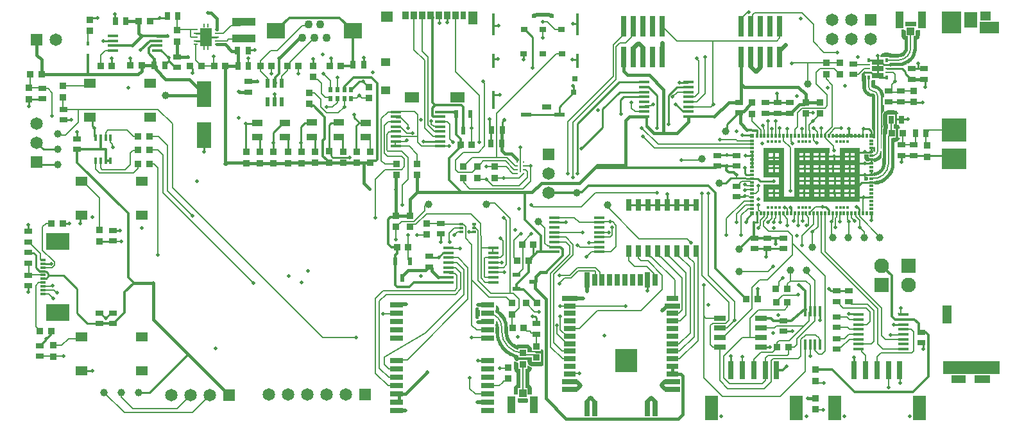
<source format=gtl>
G04*
G04 #@! TF.GenerationSoftware,Altium Limited,Altium Designer,21.6.4 (81)*
G04*
G04 Layer_Physical_Order=1*
G04 Layer_Color=255*
%FSLAX44Y44*%
%MOMM*%
G71*
G04*
G04 #@! TF.SameCoordinates,FF1FAEB7-4318-4351-9C75-77568BB5708F*
G04*
G04*
G04 #@! TF.FilePolarity,Positive*
G04*
G01*
G75*
%ADD10C,0.2000*%
%ADD12C,0.1500*%
%ADD13C,0.2540*%
%ADD14C,0.2500*%
%ADD16R,0.9000X0.9500*%
%ADD17C,0.2500*%
%ADD18R,0.3000X0.5400*%
%ADD19R,1.0500X0.6000*%
%ADD20R,0.5400X0.3000*%
%ADD21R,1.4750X0.4500*%
%ADD22R,0.5000X0.8000*%
%ADD23R,0.9500X0.9000*%
%ADD24R,1.7810X0.8000*%
%ADD25R,1.7810X0.8000*%
%ADD26R,0.7500X1.6000*%
%ADD27R,0.7400X2.7950*%
%ADD28R,0.7800X0.9900*%
%ADD29R,0.9900X0.7800*%
%ADD30R,1.5500X0.7450*%
%ADD31R,1.5500X0.6700*%
%ADD32R,0.4250X0.5150*%
%ADD33R,0.4250X0.2750*%
%ADD34R,0.9000X0.7000*%
%ADD35R,0.7000X0.7000*%
%ADD36R,1.2000X0.6500*%
%ADD37R,0.4500X2.9000*%
%ADD38R,0.4500X1.9000*%
%ADD39R,0.7500X0.7000*%
%ADD40R,1.4000X0.5000*%
%ADD41R,0.4500X2.4000*%
%ADD42R,0.6000X0.6000*%
%ADD43R,0.8000X0.8000*%
%ADD44R,0.3000X0.3000*%
%ADD45R,0.5400X0.5400*%
%ADD46R,0.6000X1.0500*%
%ADD47R,3.0000X3.0300*%
%ADD48R,0.7000X2.0000*%
%ADD49R,2.0000X0.7000*%
%ADD50R,1.5000X0.7000*%
%ADD51R,0.7000X1.5000*%
%ADD52R,0.2540X0.2540*%
%ADD53R,1.0000X1.0500*%
%ADD54R,1.0500X2.2000*%
%ADD55R,1.5500X1.3500*%
%ADD56R,1.2000X1.0000*%
%ADD57R,1.9000X1.3500*%
%ADD58R,1.1700X1.8000*%
%ADD59R,0.7500X1.1000*%
%ADD60R,0.8500X1.1000*%
%ADD61R,1.5500X1.3000*%
%ADD62R,0.8000X0.3000*%
%ADD63R,3.0500X2.2000*%
%ADD64R,1.5250X0.6500*%
%ADD65R,0.2500X0.6000*%
%ADD66R,1.6500X2.4000*%
%ADD67R,0.6000X0.2400*%
%ADD68R,3.2000X3.1000*%
%ADD69R,3.2000X2.7300*%
%ADD70R,7.5000X1.8000*%
%ADD71R,1.2000X2.4000*%
%ADD72R,2.5000X1.6500*%
%ADD73R,1.7000X2.1000*%
%ADD74R,2.5000X2.9000*%
%ADD75R,1.4000X1.2500*%
%ADD76R,1.9500X1.1000*%
%ADD77R,2.0000X1.1000*%
%ADD78R,2.4000X2.0000*%
%ADD79R,1.0000X0.6750*%
%ADD80R,1.8500X3.5000*%
%ADD81R,1.4000X0.9000*%
%ADD82R,0.4500X1.4250*%
%ADD83R,0.4200X0.5600*%
%ADD84R,3.0500X1.1400*%
%ADD85R,0.4700X0.3000*%
%ADD86R,0.3500X0.8500*%
%ADD87R,0.8000X2.4000*%
%ADD88R,1.8000X3.3000*%
%ADD89R,0.6000X1.2000*%
%ADD90R,1.4500X0.9500*%
%ADD175C,0.3000*%
%ADD176C,0.1900*%
%ADD177C,1.0000*%
%ADD178C,0.5000*%
%ADD179C,0.4000*%
%ADD180C,0.1650*%
%ADD181C,0.3500*%
%ADD182C,0.6000*%
%ADD183C,0.6350*%
%ADD184C,0.2400*%
%ADD185C,0.3600*%
%ADD186C,0.2032*%
%ADD187C,0.3360*%
%ADD188C,1.6500*%
%ADD189R,1.6500X1.6500*%
%ADD190R,1.6500X1.6500*%
%ADD191C,1.1000*%
%ADD192R,1.9500X1.9500*%
%ADD193C,1.9500*%
%ADD194C,0.5000*%
%ADD195C,0.4000*%
G36*
X1186671Y532809D02*
X1186790Y532760D01*
Y528166D01*
X1186080Y527190D01*
X1173580D01*
X1172870Y528166D01*
Y532760D01*
X1172989Y532809D01*
X1174830Y533052D01*
X1184830D01*
X1186671Y532809D01*
D02*
G37*
G36*
X1172870Y522400D02*
X1173580Y521424D01*
Y514190D01*
X1176261D01*
Y500273D01*
X1176261Y499141D01*
X1176264Y499019D01*
X1176214Y497784D01*
X1175892Y495341D01*
X1174637Y492313D01*
X1172642Y489712D01*
X1170041Y487716D01*
X1167012Y486462D01*
X1165435Y486254D01*
X1164165Y486278D01*
X1164132Y486264D01*
X1163961Y486089D01*
X1151535D01*
Y486345D01*
X1144785D01*
Y486125D01*
X1140014D01*
X1139356Y487395D01*
X1139876Y488651D01*
X1141007Y490124D01*
X1142479Y491254D01*
X1144195Y491964D01*
X1146035Y492207D01*
X1150285D01*
X1152126Y491964D01*
X1153841Y491254D01*
X1154545Y490714D01*
X1163755D01*
X1165299Y490866D01*
X1166776Y491315D01*
X1168138Y492042D01*
X1169332Y493022D01*
X1170311Y494216D01*
X1171039Y495577D01*
X1171487Y497055D01*
X1171651Y498714D01*
X1171627Y498855D01*
X1171647Y499059D01*
X1171636Y499141D01*
Y509131D01*
X1171274Y509281D01*
X1169801Y510411D01*
X1168671Y511884D01*
X1167961Y513600D01*
X1167718Y515440D01*
Y522400D01*
X1172870D01*
D02*
G37*
G36*
X1191942Y515440D02*
X1191699Y513600D01*
X1190989Y511884D01*
X1189859Y510411D01*
X1188386Y509281D01*
X1188024Y509131D01*
Y499141D01*
X1187985Y498843D01*
X1187977Y498592D01*
X1187999Y497895D01*
X1187670Y494547D01*
X1187511Y493867D01*
X1187398Y493180D01*
X1186421Y489960D01*
X1186133Y489325D01*
X1185888Y488672D01*
X1184302Y485706D01*
X1183896Y485139D01*
X1183527Y484547D01*
X1181393Y481946D01*
X1180884Y481469D01*
X1180407Y480960D01*
X1177807Y478826D01*
X1177215Y478458D01*
X1176648Y478052D01*
X1176032Y477723D01*
X1173610D01*
Y476439D01*
X1173028Y476220D01*
X1172393Y475933D01*
X1169174Y474956D01*
X1168486Y474842D01*
X1167807Y474684D01*
X1165355Y474442D01*
X1165151Y474388D01*
X1165150D01*
X1165150Y474388D01*
X1165114D01*
X1165112Y474387D01*
X1165112Y474387D01*
X1164732D01*
X1164453Y474342D01*
X1164441Y474343D01*
X1164415Y474339D01*
X1164353Y474346D01*
X1164226Y474329D01*
X1164213Y474330D01*
X1164184Y474326D01*
X1154545D01*
X1154095Y473981D01*
X1153295Y474229D01*
X1152825Y474609D01*
Y474820D01*
X1148160D01*
Y477360D01*
X1152825D01*
Y478952D01*
X1163050D01*
X1164186Y478950D01*
X1164202Y478937D01*
X1164202Y478918D01*
X1165413Y479082D01*
X1165414Y479082D01*
X1165343Y479074D01*
X1165413Y479082D01*
X1165421Y479083D01*
X1167600Y479297D01*
X1171290Y480417D01*
X1174691Y482235D01*
X1177672Y484681D01*
X1180119Y487662D01*
X1181937Y491063D01*
X1183056Y494754D01*
X1183434Y498592D01*
X1183386Y499078D01*
X1183399Y499141D01*
Y514190D01*
X1186080D01*
Y521424D01*
X1186790Y522400D01*
X1191942D01*
Y515440D01*
D02*
G37*
G36*
X1119735Y467529D02*
Y467360D01*
X1124400D01*
Y464820D01*
X1119735D01*
Y462175D01*
X1121025D01*
Y460633D01*
X1120832Y459660D01*
Y447490D01*
X1120852Y447388D01*
X1120806Y447040D01*
X1121102Y444795D01*
X1121968Y442703D01*
X1123346Y440906D01*
X1125143Y439528D01*
X1127235Y438661D01*
X1128529Y438491D01*
X1129030Y438391D01*
X1129080Y438401D01*
X1130588Y438101D01*
X1131909Y437219D01*
X1132791Y435898D01*
X1133065Y434520D01*
X1133030Y434340D01*
Y379335D01*
X1132019Y378710D01*
X1129657D01*
X1129342Y379980D01*
X1129885Y380343D01*
X1130442Y381176D01*
X1130638Y382160D01*
Y388312D01*
X1130442Y389295D01*
X1129885Y390129D01*
X1128404Y391609D01*
Y433798D01*
X1128189Y433827D01*
X1128102D01*
X1128102Y433827D01*
X1128101Y433827D01*
X1128101D01*
X1127655Y433946D01*
X1127551Y433953D01*
X1127442Y433975D01*
X1127189Y434008D01*
X1127111Y434041D01*
X1125713Y434319D01*
X1125271Y434469D01*
X1124814Y434560D01*
X1124396Y434766D01*
X1123955Y434916D01*
X1123567Y435175D01*
X1123149Y435381D01*
X1121131Y436729D01*
X1120781Y437037D01*
X1120393Y437295D01*
X1120086Y437646D01*
X1119735Y437953D01*
X1119476Y438341D01*
X1119169Y438691D01*
X1117821Y440709D01*
X1117615Y441127D01*
X1117356Y441515D01*
X1117206Y441956D01*
X1117000Y442374D01*
X1116909Y442831D01*
X1116759Y443273D01*
X1116286Y445653D01*
X1116255Y446118D01*
X1116164Y446575D01*
X1116195Y447040D01*
X1116164Y447505D01*
X1116206Y447715D01*
Y453412D01*
X1116116Y453529D01*
X1115406Y455245D01*
X1115163Y457085D01*
Y462235D01*
X1115406Y464076D01*
X1116057Y465647D01*
X1118465Y468055D01*
X1119735Y467529D01*
D02*
G37*
G36*
X1133200Y454775D02*
X1132684Y453529D01*
X1132594Y453412D01*
Y449686D01*
X1134002Y449308D01*
X1136099Y448440D01*
X1136099Y448440D01*
X1136916Y447968D01*
X1137706Y447512D01*
X1137707Y447512D01*
X1139507Y446130D01*
X1140820Y444817D01*
X1142202Y443017D01*
X1142202Y443016D01*
X1142658Y442225D01*
X1143130Y441409D01*
X1143130Y441409D01*
X1143998Y439312D01*
X1144420Y437738D01*
Y436190D01*
X1144654D01*
X1144767Y435327D01*
X1144783Y435268D01*
Y434802D01*
X1143812Y433780D01*
X1143130D01*
Y420900D01*
X1144792D01*
Y415125D01*
X1144744Y415041D01*
X1144732Y414949D01*
X1144666Y414883D01*
X1144629Y414794D01*
X1144356Y414584D01*
X1144264Y414426D01*
X1144106Y414334D01*
X1143050Y412957D01*
X1143002Y412781D01*
X1142873Y412652D01*
X1142209Y411048D01*
Y410866D01*
X1142117Y410707D01*
X1141891Y408987D01*
X1141915Y408896D01*
X1141879Y408810D01*
Y398910D01*
X1141915Y398824D01*
X1141891Y398733D01*
X1142117Y397013D01*
X1142209Y396855D01*
Y396672D01*
X1142870Y395075D01*
X1142876Y395069D01*
X1142876Y395060D01*
X1142940Y394912D01*
Y394679D01*
X1142943Y394671D01*
X1142940Y394663D01*
X1142943Y394430D01*
X1142379Y393068D01*
Y392886D01*
X1142287Y392727D01*
X1142061Y391007D01*
X1142085Y390916D01*
X1142049Y390830D01*
Y384699D01*
X1141921Y384388D01*
Y384206D01*
X1141829Y384047D01*
X1141784Y383703D01*
X1141694Y383368D01*
X1141718Y383187D01*
X1141648Y383018D01*
Y382671D01*
X1141603Y382327D01*
X1141627Y382236D01*
X1141591Y382150D01*
Y365896D01*
X1141437Y365747D01*
X1140167Y366285D01*
Y434079D01*
X1140219Y434340D01*
X1140246D01*
X1139864Y437243D01*
X1138743Y439948D01*
X1136961Y442271D01*
X1134638Y444053D01*
X1131933Y445174D01*
X1129300Y445520D01*
X1128399Y445894D01*
X1128327Y446067D01*
X1127942Y447176D01*
X1127969Y447490D01*
X1127969Y448414D01*
Y455509D01*
X1128048Y455562D01*
X1128371Y456045D01*
X1132535D01*
X1133200Y454775D01*
D02*
G37*
G36*
X1133030Y367130D02*
Y364324D01*
X1133030Y363172D01*
X1133000Y363140D01*
X1133013Y363039D01*
X1132829Y361872D01*
X1132794Y361698D01*
X1132375Y361071D01*
X1131829Y361022D01*
X1130638Y362099D01*
Y365960D01*
X1130500Y366654D01*
X1131252Y367843D01*
X1131920Y367973D01*
X1133030Y367130D01*
D02*
G37*
G36*
X1124118Y353210D02*
X1125014D01*
X1125695Y351943D01*
X1125499Y350960D01*
Y348224D01*
X1122000D01*
X1121813Y348301D01*
X1120340Y349431D01*
X1119210Y350904D01*
X1118499Y352619D01*
X1118257Y354460D01*
Y357460D01*
X1118343Y358111D01*
X1124118D01*
Y353210D01*
D02*
G37*
G36*
X1141591Y361631D02*
Y354071D01*
X1141527Y353917D01*
Y353823D01*
X1141470Y353749D01*
X1141427Y353588D01*
X1141022Y353060D01*
X1139709Y351747D01*
X1138090Y350505D01*
X1138090Y350504D01*
X1136482Y349576D01*
X1135404Y349130D01*
X1134324Y348301D01*
X1132609Y347591D01*
X1131908Y347498D01*
X1130638Y348612D01*
Y350960D01*
X1130559Y351354D01*
X1131246Y352609D01*
X1131360Y352704D01*
X1131440Y352736D01*
X1131725Y352824D01*
X1132528Y352930D01*
X1135021Y353963D01*
X1137163Y355606D01*
X1138806Y357747D01*
X1139838Y360241D01*
X1140082Y362091D01*
X1140321Y362269D01*
X1141591Y361631D01*
D02*
G37*
G36*
X1123960Y327445D02*
Y324476D01*
X1123024Y323529D01*
X1118379D01*
X1118257Y324460D01*
Y327460D01*
X1118379Y328391D01*
X1123023D01*
X1123960Y327445D01*
D02*
G37*
G36*
X1159521Y415679D02*
X1161236Y414969D01*
X1162709Y413839D01*
X1163644Y412620D01*
X1163330Y411605D01*
X1163160Y411350D01*
X1161340D01*
Y405130D01*
X1167780D01*
Y402590D01*
X1161340D01*
Y396370D01*
X1162966D01*
X1164055Y395877D01*
X1164781Y394943D01*
X1165209Y394386D01*
X1165638Y393350D01*
X1164850Y392080D01*
X1163800D01*
Y380080D01*
X1164850D01*
X1165638Y378810D01*
X1165209Y377774D01*
X1164079Y376301D01*
X1162757Y375287D01*
X1161733D01*
Y374809D01*
X1160891Y374461D01*
X1159050Y374218D01*
X1158760D01*
Y345434D01*
X1158748Y345341D01*
X1158752Y345308D01*
X1158706Y344996D01*
X1158715Y344719D01*
X1158699Y344560D01*
Y344506D01*
X1158699Y344504D01*
Y344501D01*
X1158690Y344471D01*
X1158348Y340992D01*
X1158189Y340312D01*
X1158076Y339624D01*
X1156878Y335677D01*
X1156590Y335042D01*
X1156345Y334389D01*
X1154400Y330751D01*
X1153994Y330185D01*
X1153626Y329592D01*
X1151009Y326404D01*
X1150500Y325927D01*
X1150023Y325418D01*
X1146835Y322801D01*
X1146243Y322433D01*
X1145676Y322027D01*
X1142038Y320082D01*
X1141385Y319837D01*
X1140750Y319549D01*
X1136803Y318351D01*
X1136115Y318238D01*
X1135435Y318079D01*
X1133288Y317868D01*
X1133275Y317867D01*
X1132019Y318659D01*
Y318710D01*
X1131123D01*
X1130442Y319977D01*
X1130638Y320960D01*
X1130627Y321012D01*
X1130627Y321017D01*
X1131592Y322335D01*
X1135228Y322693D01*
X1139647Y324033D01*
X1143719Y326210D01*
X1147288Y329139D01*
X1150217Y332708D01*
X1152394Y336780D01*
X1153734Y341199D01*
X1154028Y344184D01*
X1154145Y345371D01*
X1154138Y346629D01*
X1154138Y346653D01*
Y378631D01*
X1154279Y378747D01*
X1155078Y378906D01*
X1155338Y378940D01*
X1155386Y378967D01*
X1155547Y378999D01*
X1156196Y379433D01*
X1156459Y379584D01*
X1156498Y379635D01*
X1156622Y379718D01*
X1156864Y380080D01*
X1160300D01*
Y392080D01*
X1157298D01*
Y397660D01*
X1158930D01*
Y410060D01*
X1148630D01*
Y397660D01*
X1150262D01*
Y392080D01*
X1148800D01*
Y385083D01*
X1148133Y384637D01*
X1147370Y383496D01*
X1147102Y382150D01*
Y345503D01*
X1147096Y345497D01*
X1147096D01*
X1147096Y345497D01*
X1146809Y342576D01*
X1145870Y339482D01*
X1144346Y336631D01*
X1142295Y334132D01*
X1139796Y332081D01*
X1136945Y330557D01*
X1133851Y329618D01*
X1131522Y329389D01*
X1131402Y329454D01*
X1130564Y330565D01*
X1130563Y330584D01*
X1130638Y330960D01*
Y333308D01*
X1131908Y334422D01*
X1132609Y334329D01*
X1132983Y334174D01*
X1135171Y334838D01*
X1137222Y335934D01*
X1139018Y337408D01*
X1140493Y339206D01*
X1141589Y341256D01*
X1142264Y343480D01*
X1142480Y345676D01*
Y352738D01*
X1142664Y352978D01*
X1142777Y353399D01*
X1142944Y353802D01*
Y363137D01*
X1142759Y363585D01*
X1142607Y364013D01*
X1142654Y364127D01*
X1142849Y364327D01*
X1142845Y364586D01*
X1142944Y364826D01*
Y382150D01*
X1142989Y382494D01*
X1142965Y382584D01*
X1143001Y382671D01*
Y383018D01*
X1143001Y383018D01*
X1143091Y383353D01*
X1143079Y383446D01*
X1143125Y383527D01*
X1143171Y383871D01*
X1143299Y384181D01*
Y384451D01*
X1143402Y384699D01*
Y390830D01*
X1143629Y392551D01*
X1144293Y394154D01*
Y394163D01*
X1144299Y394169D01*
X1144293Y394679D01*
Y395189D01*
X1144287Y395196D01*
X1144287Y395205D01*
X1144120Y395593D01*
X1143459Y397189D01*
X1143232Y398910D01*
Y408810D01*
X1143459Y410531D01*
X1144123Y412134D01*
X1145179Y413511D01*
X1145616Y413845D01*
X1145663Y413926D01*
X1145749Y413962D01*
X1145916Y414365D01*
X1146134Y414742D01*
X1146116Y414809D01*
X1146324Y414969D01*
X1148039Y415679D01*
X1149880Y415922D01*
X1157680D01*
X1159521Y415679D01*
D02*
G37*
G36*
X608700Y155415D02*
X609747D01*
Y152405D01*
X611037D01*
Y143485D01*
X609747D01*
Y140112D01*
X608608D01*
X607145Y139821D01*
X606041Y140600D01*
X605418Y142104D01*
X605176Y143945D01*
Y151945D01*
X605418Y153785D01*
X605940Y155045D01*
X607237Y155706D01*
X608700Y155415D01*
D02*
G37*
G36*
X635126Y156974D02*
X636256Y155501D01*
X636967Y153785D01*
X637209Y151945D01*
Y150692D01*
X639961Y148433D01*
X640437Y147924D01*
X640947Y147448D01*
X643380Y144483D01*
X643748Y143891D01*
X644154Y143324D01*
X645962Y139941D01*
X646208Y139289D01*
X646496Y138653D01*
X647609Y134983D01*
X647722Y134295D01*
X647881Y133616D01*
X648185Y130523D01*
X648214Y130416D01*
Y130416D01*
X648214Y130415D01*
Y130230D01*
X648217Y130206D01*
X648214Y130134D01*
Y129983D01*
X648264Y129654D01*
X648259Y129602D01*
X648274Y129486D01*
Y124460D01*
X648263Y124376D01*
X648276Y124259D01*
X648246Y124068D01*
X648256Y123876D01*
X648247Y123765D01*
X648499Y120563D01*
X649249Y117440D01*
X650478Y114473D01*
X652156Y111734D01*
X654242Y109292D01*
X656684Y107206D01*
X659396Y105545D01*
X659714Y105789D01*
X661429Y106499D01*
X663270Y106742D01*
X672770D01*
X674611Y106499D01*
X676326Y105789D01*
X677799Y104659D01*
X678929Y103186D01*
X679639Y101471D01*
X679714Y100904D01*
X680063D01*
Y98270D01*
X692063D01*
Y99320D01*
X693333Y100108D01*
X694369Y99679D01*
X695186Y99051D01*
Y78989D01*
X694369Y78361D01*
X692653Y77651D01*
X690813Y77408D01*
X681313D01*
X679472Y77651D01*
X677757Y78361D01*
X676284Y79491D01*
X675154Y80964D01*
X674522Y82490D01*
X674306Y83721D01*
D01*
X674020Y84945D01*
Y85880D01*
X662020D01*
Y84830D01*
X660750Y84042D01*
X659714Y84471D01*
X658241Y85601D01*
X657111Y87074D01*
X656401Y88789D01*
X656360Y89099D01*
X652494Y90701D01*
X652010Y90980D01*
X651500Y91207D01*
X647521Y93645D01*
X647087Y93997D01*
X646618Y94301D01*
X643071Y97331D01*
X642697Y97747D01*
X642281Y98120D01*
X639251Y101669D01*
X638947Y102137D01*
X638595Y102571D01*
X636157Y106550D01*
X635930Y107060D01*
X635651Y107544D01*
X633865Y111855D01*
X633720Y112395D01*
X633520Y112916D01*
X632431Y117453D01*
X632373Y118009D01*
X632256Y118555D01*
X631890Y123207D01*
X631919Y123765D01*
X631890Y124323D01*
X631895Y124389D01*
X631886Y124460D01*
Y129205D01*
X631853Y129539D01*
X632637Y130405D01*
X632637D01*
Y137184D01*
X633833Y137612D01*
X634016Y137388D01*
X635395Y134810D01*
X636243Y132012D01*
X636499Y129412D01*
X636499Y129412D01*
X636499D01*
X636511Y129401D01*
Y124460D01*
X636522Y124404D01*
X636472Y123765D01*
X636869Y118721D01*
X638050Y113801D01*
X639986Y109127D01*
X642630Y104813D01*
X645916Y100966D01*
X649763Y97680D01*
X654077Y95036D01*
X658751Y93100D01*
X662020Y92316D01*
Y89380D01*
X669241D01*
X670440Y89141D01*
X680063D01*
Y83270D01*
X692063D01*
Y94770D01*
X685206D01*
X684896Y95233D01*
X683738Y96007D01*
X682373Y96279D01*
X674020D01*
Y100880D01*
X662020D01*
Y100720D01*
X661000Y99963D01*
X659095Y100541D01*
X654749Y102864D01*
X650940Y105990D01*
X647814Y109799D01*
X645491Y114145D01*
X644061Y118861D01*
X643642Y123115D01*
X643637Y124374D01*
X643649Y124460D01*
X643649Y125638D01*
Y128301D01*
X643649Y129481D01*
X643650Y129487D01*
X643646Y129561D01*
X643646D01*
X643267Y133409D01*
X642011Y137550D01*
X639971Y141367D01*
X637225Y144712D01*
X633880Y147458D01*
X631347Y148812D01*
Y152405D01*
X632637D01*
Y157425D01*
X632892Y157595D01*
X633907Y157909D01*
X635126Y156974D01*
D02*
G37*
G36*
X675369Y78576D02*
X675460Y78418D01*
X676933Y77288D01*
X677110Y77240D01*
X677239Y77111D01*
X678954Y76401D01*
X678972D01*
X679855Y75428D01*
X679639Y73789D01*
X678929Y72074D01*
X677799Y70601D01*
X676326Y69471D01*
X676214Y69425D01*
Y53479D01*
X676576Y53329D01*
X678049Y52199D01*
X679179Y50726D01*
X679889Y49011D01*
X680132Y47170D01*
Y40210D01*
X674980D01*
X674270Y41186D01*
Y48420D01*
X671589D01*
Y74380D01*
X674020D01*
Y78133D01*
X674859Y78510D01*
X675290Y78622D01*
X675369Y78576D01*
D02*
G37*
G36*
X657418Y84528D02*
X658891Y83398D01*
X659067Y83350D01*
X659196Y83221D01*
X660232Y82792D01*
X660347D01*
X660441Y82725D01*
X660750Y82775D01*
X661331Y82711D01*
X662020Y81834D01*
Y74380D01*
X664451D01*
Y48420D01*
X661770D01*
Y41186D01*
X661060Y40210D01*
X655908D01*
Y47170D01*
X656151Y49011D01*
X656861Y50726D01*
X657991Y52199D01*
X659464Y53329D01*
X659826Y53479D01*
Y69425D01*
X659714Y69471D01*
X658241Y70601D01*
X657111Y72074D01*
X656401Y73789D01*
X656158Y75630D01*
Y83634D01*
X657210Y84535D01*
X657418Y84528D01*
D02*
G37*
G36*
X674270Y35420D02*
X674980Y34444D01*
Y29850D01*
X674861Y29801D01*
X673020Y29558D01*
X663020D01*
X661179Y29801D01*
X661060Y29850D01*
Y34444D01*
X661770Y35420D01*
X674270D01*
D02*
G37*
D10*
X640081Y129487D02*
G03*
X622264Y147561I-18466J-385D01*
G01*
X640080Y124460D02*
G03*
X668020Y95130I28635J-695D01*
G01*
X1164221Y482521D02*
G03*
X1179830Y499141I-459J16071D01*
G01*
X1164184Y482520D02*
G03*
X1164221Y482521I-10J2000D01*
G01*
X1136598Y363172D02*
G03*
X1136599Y363142I2000J18D01*
G01*
X1131005Y356265D02*
G03*
X1136599Y363142I-1153J6651D01*
G01*
X1136650Y434340D02*
G03*
X1129030Y441960I-7620J0D01*
G01*
X1124400Y447490D02*
G03*
X1129030Y441960I5080J-450D01*
G01*
X697230Y240030D02*
X700800Y236460D01*
X697230Y240030D02*
Y260350D01*
X688340Y269240D02*
X697230Y260350D01*
X700800Y236460D02*
X703385D01*
X703580Y236265D01*
X640080Y124460D02*
Y129486D01*
X961882Y318080D02*
X964002Y315960D01*
X970669D01*
X961070Y318080D02*
X961882D01*
X966099Y302631D02*
X967270Y301460D01*
X961720Y302631D02*
X966099D01*
X961146Y303205D02*
X961720Y302631D01*
X970169Y301460D02*
X970669Y300960D01*
X967270Y301460D02*
X970169D01*
X1016841Y382699D02*
Y392071D01*
X1016814Y382672D02*
X1016841Y382699D01*
X1016814Y392098D02*
X1016841Y392071D01*
X1036809Y382244D02*
X1036881Y382172D01*
X1036809Y382244D02*
Y391774D01*
X1036750Y391833D02*
X1036809Y391774D01*
X1061578Y392164D02*
X1061723Y392019D01*
Y382305D02*
X1061790Y382238D01*
X1061723Y382305D02*
Y392019D01*
X1117085Y382994D02*
Y391837D01*
Y382994D02*
X1117141Y382938D01*
X1117085Y391837D02*
X1117302Y392054D01*
X1101869Y273637D02*
Y279760D01*
Y273637D02*
X1106162Y269343D01*
X1112368Y275275D02*
X1139073Y248570D01*
Y247801D02*
Y248570D01*
X1112368Y275275D02*
Y279260D01*
X1111869Y279760D02*
X1112368Y279260D01*
X1118870Y248254D02*
Y255270D01*
X1118351Y247735D02*
X1118870Y248254D01*
X1112520Y261620D02*
X1118870Y255270D01*
X1097976Y268666D02*
X1098550Y269240D01*
X1097976Y248346D02*
Y268666D01*
X1097280Y247650D02*
X1097976Y248346D01*
X1098550Y269240D02*
Y270052D01*
X703580Y234950D02*
Y236265D01*
X1112520Y261620D02*
Y270528D01*
X1107368Y275679D02*
Y279260D01*
X1106869Y279760D02*
X1107368Y279260D01*
Y275679D02*
X1112520Y270528D01*
X1041400Y203200D02*
X1053540Y191060D01*
Y150390D02*
Y191060D01*
X1021080Y190500D02*
Y204470D01*
X579145Y337795D02*
Y350545D01*
Y337795D02*
X582930Y334010D01*
X579145Y350545D02*
X589159Y360559D01*
X582930Y334010D02*
X601080D01*
X609479Y360559D02*
X617354Y368434D01*
X589159Y360559D02*
X609479D01*
X615950Y453848D02*
X617354Y452444D01*
Y368434D02*
Y452444D01*
X615950Y453848D02*
Y454660D01*
X601276Y353506D02*
X633392D01*
Y412310D01*
X711962Y490880D01*
X633392Y353506D02*
X647254D01*
X593030Y345260D02*
X601276Y353506D01*
X647396Y353364D02*
X657940Y342820D01*
X612330Y345510D02*
X615769Y348949D01*
X645461D01*
X656590Y337820D01*
X589530Y341510D02*
X593030Y345010D01*
X589280Y341510D02*
X589530D01*
X593030Y345010D02*
Y345260D01*
X999920Y99120D02*
X1003420Y102620D01*
X982345Y96520D02*
X997070D01*
X999670Y99120D01*
X999920D01*
X1003420Y102620D02*
Y109220D01*
X1016939Y91988D02*
X1018420Y93469D01*
X987820Y88660D02*
X991148Y91988D01*
X1016939D01*
X972820Y86995D02*
X982345Y96520D01*
X957580Y115570D02*
X967740D01*
X933450Y91440D02*
X957580Y115570D01*
X933450Y61976D02*
Y91440D01*
Y61976D02*
X940816Y54610D01*
X983756D02*
X987820Y58674D01*
X940816Y54610D02*
X983756D01*
X657940Y342820D02*
X660452D01*
X656590Y337820D02*
X660452D01*
X646310Y341510D02*
X655000Y332820D01*
X660452D01*
X631190Y341510D02*
X646310D01*
X1179830Y499141D02*
Y520690D01*
X1148160Y482520D02*
X1164184D01*
X1124400Y459210D02*
X1125525Y458085D01*
X1136598Y363172D02*
Y434340D01*
Y363172D02*
Y363172D01*
X1130931Y356258D02*
X1131005Y356265D01*
X1128068Y355960D02*
X1130931Y356258D01*
X1124400Y447490D02*
Y459210D01*
Y459660D01*
X1086620Y279512D02*
X1086869Y279760D01*
X1086620Y269573D02*
Y279512D01*
X1086372Y269325D02*
X1086620Y269573D01*
X1096869Y271733D02*
X1098550Y270052D01*
X1096869Y278693D02*
X1097368Y279193D01*
X1096869Y271733D02*
Y278693D01*
X609720Y325120D02*
X618813D01*
X608330Y326510D02*
X609720Y325120D01*
X619760D02*
X628650Y316230D01*
X598170Y312420D02*
X668099D01*
X678180Y322501D01*
X589951Y320639D02*
X598170Y312420D01*
X601080Y334010D02*
X604330Y337260D01*
X669192Y342860D02*
X678140D01*
X678180Y322501D02*
Y342900D01*
X1019810Y111760D02*
X1038910Y130860D01*
X1002958D02*
X1038910D01*
X1045929Y137879D01*
X1000368Y128270D02*
X1002958Y130860D01*
X1029970Y106680D02*
Y114300D01*
X1053540Y137870D01*
Y150390D01*
X1045929Y137879D02*
Y149279D01*
X1005960Y111760D02*
X1019810D01*
X1003420Y109220D02*
X1005960Y111760D01*
X967740Y115570D02*
Y140974D01*
Y115570D02*
X982160D01*
X967740Y140974D02*
X978885Y152119D01*
X1006150Y166297D02*
X1011186Y171334D01*
X1030428Y172720D02*
X1031240D01*
X1029042Y171334D02*
X1030428Y172720D01*
X1011186Y171334D02*
X1029042D01*
X668020Y41920D02*
Y80130D01*
X670440Y92710D02*
X682373D01*
X677156Y124270D02*
X679479Y121947D01*
X683853D01*
X672920Y124270D02*
X677156D01*
X685800Y104283D02*
Y120000D01*
X674370Y327660D02*
Y335280D01*
X671830Y337820D02*
X674370Y335280D01*
X662940Y316230D02*
X674370Y327660D01*
X669152Y337820D02*
X671830D01*
X628650Y316230D02*
X662940D01*
X1117234Y280126D02*
Y300624D01*
X1117570Y300960D01*
X997033Y382324D02*
Y391947D01*
X1116869Y279760D02*
X1117234Y280126D01*
X1005780Y189170D02*
X1010920Y194310D01*
X1021080Y190500D02*
X1041400D01*
X1047040Y150390D02*
Y184860D01*
X1041400Y190500D02*
X1047040Y184860D01*
X1017041Y180351D02*
Y186461D01*
X1021080Y190500D01*
X664736Y345386D02*
Y366644D01*
Y345386D02*
X664802Y345320D01*
X664670Y366711D02*
X664736Y366644D01*
X664802Y335320D02*
Y345320D01*
X700206Y532964D02*
X710590Y522580D01*
X694690Y532964D02*
X700206D01*
X711962Y490880D02*
X719730D01*
X710590Y522580D02*
X718730D01*
X978885Y152119D02*
X1013179D01*
X982160Y128270D02*
X1000368D01*
X619760Y341630D02*
X631070D01*
X589951Y320639D02*
Y325839D01*
X1018420Y93469D02*
Y102870D01*
X987820Y72640D02*
Y88660D01*
X1026160Y102870D02*
X1029970Y106680D01*
X1018420Y102870D02*
X1026160D01*
X987820Y58674D02*
Y72640D01*
X1017150Y156090D02*
Y162297D01*
X1013179Y152119D02*
X1017150Y156090D01*
X1005780Y184090D02*
Y189170D01*
X972820Y72640D02*
Y86995D01*
X660452Y347820D02*
Y350976D01*
D12*
X668081Y206274D02*
Y241361D01*
X951190Y375960D02*
X970668D01*
X949960Y377190D02*
X951190Y375960D01*
X928370Y377190D02*
X949960D01*
X764037Y306837D02*
X845201D01*
X745490Y288290D02*
X764037Y306837D01*
X681990Y288290D02*
X745490D01*
X679450Y290830D02*
X681990Y288290D01*
X779780Y288530D02*
Y290830D01*
Y288530D02*
X782137Y286173D01*
Y285933D02*
Y286173D01*
Y285933D02*
X821690Y246380D01*
X884618D01*
X889698Y241300D01*
X668081Y241361D02*
X679450Y252730D01*
X783232Y268651D02*
X786719D01*
X782643Y269240D02*
X783232Y268651D01*
X656440Y221825D02*
Y244338D01*
X660640Y217375D02*
Y217625D01*
X656440Y221825D02*
X660640Y217625D01*
X660640Y198833D02*
X668081Y206274D01*
X664831Y252730D02*
X665480D01*
X656440Y244338D02*
X664831Y252730D01*
X1051868Y376208D02*
Y382160D01*
X1055388Y372688D02*
X1056127D01*
X1051868Y376208D02*
X1055388Y372688D01*
X877189Y350520D02*
X902970D01*
X751840Y222068D02*
X758482Y228710D01*
X768520D02*
X784335D01*
X791210Y235585D01*
Y264160D01*
X786719Y268651D02*
X791210Y264160D01*
X768520Y267710D02*
X770020Y269210D01*
X775994D01*
X776024Y269240D01*
X782643D01*
X709760Y274210D02*
X735838D01*
X742338Y267710D01*
X768520D01*
X758482Y228710D02*
X768520D01*
X487680Y172720D02*
X579120D01*
X586042Y179642D01*
X478790Y163830D02*
X487680Y172720D01*
X481330Y349765D02*
Y405130D01*
X490225Y414025D02*
X500108D01*
X481330Y405130D02*
X490225Y414025D01*
X485140Y395650D02*
X490515Y401025D01*
X500108D01*
X485140Y359841D02*
Y395650D01*
Y359841D02*
X489381Y355600D01*
X481330Y349765D02*
X485775Y345320D01*
X524320Y496042D02*
X538480Y481882D01*
Y392955D02*
X549910Y381525D01*
X538480Y392955D02*
Y481882D01*
X34290Y231140D02*
Y261900D01*
Y231140D02*
X47570Y217860D01*
X47584D02*
X50220Y215224D01*
Y211496D02*
Y215224D01*
X47570Y217860D02*
X47584D01*
X34290Y261900D02*
X39090Y266700D01*
X473710Y68580D02*
Y167640D01*
X483870Y177800D01*
X473710Y68580D02*
X490345Y51945D01*
X478790Y74930D02*
Y163830D01*
Y74930D02*
X490886Y62834D01*
X490345Y51945D02*
X504678D01*
X504566Y62834D02*
X504678Y62945D01*
X490886Y62834D02*
X504566D01*
X485140Y80010D02*
Y89928D01*
Y80010D02*
X490886Y74264D01*
X539751Y121921D02*
X590550Y172720D01*
X485140Y89928D02*
X485717Y90506D01*
X539751Y121921D01*
X504359Y74264D02*
X504678Y73945D01*
X490886Y74264D02*
X504359D01*
X605456Y40974D02*
X617648D01*
X617677Y40945D01*
X504053Y147320D02*
X504678Y147945D01*
X483870Y147320D02*
X504053D01*
X647598Y74930D02*
X648970Y76302D01*
X637540Y74930D02*
X647598D01*
X617677Y114945D02*
X618302Y115570D01*
X600710D02*
X617052D01*
X504678Y84945D02*
X506102Y86369D01*
X515629D01*
X617677Y51945D02*
X637045D01*
X642849Y57749D02*
X645416D01*
X648970Y61302D01*
X641008Y55908D02*
X642849Y57749D01*
X641008Y55908D02*
Y55908D01*
X637045Y51945D02*
X641008Y55908D01*
X570060Y221238D02*
X582422D01*
X595630Y208030D01*
Y166370D02*
Y208030D01*
X515629Y86369D02*
X595630Y166370D01*
X570060Y201737D02*
X571560Y200238D01*
X578273D01*
X581030Y197480D01*
Y180766D02*
Y197480D01*
X578064Y177800D02*
X581030Y180766D01*
X483870Y177800D02*
X578064D01*
X570060Y208237D02*
X579033D01*
X586042Y201228D01*
Y179642D02*
Y201228D01*
X618177Y125945D02*
X621427Y129195D01*
X600710Y132080D02*
Y191721D01*
Y132080D02*
X606845Y125945D01*
X617677D01*
X618177D01*
X570060Y214738D02*
X581298D01*
X590550Y205486D01*
Y172720D02*
Y205486D01*
X598170Y48260D02*
Y62230D01*
Y48260D02*
X605456Y40974D01*
X646310Y168910D02*
X654050Y161170D01*
X600860Y191397D02*
X623347Y168910D01*
X646310D01*
X991870Y203200D02*
X998220Y209550D01*
X953770Y203200D02*
X991870D01*
X990600Y191770D02*
X1023620Y224790D01*
X980440Y191770D02*
X990600D01*
X1023620Y224790D02*
Y240030D01*
X1041868Y411251D02*
X1043299Y412682D01*
X961102Y310760D02*
X961202Y310860D01*
X970568D02*
X970669Y310960D01*
X961202Y310860D02*
X970568D01*
X986869Y382160D02*
Y390411D01*
X984861Y395911D02*
X985530Y395241D01*
Y391749D02*
X986869Y390411D01*
X985530Y391749D02*
Y395241D01*
X991351Y401964D02*
X991610Y401706D01*
Y382418D02*
X991869Y382160D01*
X991610Y382418D02*
Y401706D01*
X1001483Y402021D02*
X1001676Y401829D01*
Y382352D02*
Y401829D01*
Y382352D02*
X1001869Y382160D01*
X1006745Y382283D02*
Y392141D01*
Y382283D02*
X1006869Y382160D01*
X1006622Y392264D02*
X1006745Y392141D01*
X1056450Y407850D02*
X1060200Y411600D01*
X1056450Y407600D02*
Y407850D01*
X1051095Y402244D02*
X1056450Y407600D01*
X1060200Y411600D02*
X1060450D01*
X1051095Y401985D02*
Y402244D01*
X1045929Y389765D02*
Y396820D01*
X1051095Y401985D01*
X1079845Y392164D02*
X1088446D01*
X1073369Y385688D02*
X1079845Y392164D01*
X1073369Y384860D02*
Y385688D01*
X1071868Y383360D02*
X1073369Y384860D01*
X936836Y251349D02*
Y272880D01*
X959916Y295960D01*
X949960Y268025D02*
X950016Y267969D01*
X949960Y268025D02*
Y279400D01*
X961520Y290960D01*
X807720Y217170D02*
Y229850D01*
X883920D02*
X886920Y226850D01*
X896620Y229850D02*
X899154Y227316D01*
X874680Y222600D02*
X888765Y208515D01*
X874230Y107480D02*
X888765Y122015D01*
Y208515D01*
X865177Y137480D02*
X875350D01*
X874049Y147609D02*
X878487Y152047D01*
X865177Y147480D02*
X865306Y147609D01*
X837894Y222600D02*
X868680Y191813D01*
X865177Y167480D02*
X865930D01*
X868680Y170230D01*
Y191813D01*
X824230Y151130D02*
X852170Y179070D01*
X730177Y127480D02*
X742950D01*
X760399Y144929D01*
X766600Y151130D01*
X824230D01*
X874220Y222600D02*
X874680D01*
X871220Y225600D02*
X874220Y222600D01*
X871220Y225600D02*
Y229850D01*
X875350Y137480D02*
X883396Y145526D01*
Y201184D01*
X861980Y222600D02*
X883396Y201184D01*
X861520Y222600D02*
X861980D01*
X858520Y225600D02*
X861520Y222600D01*
X858520Y225600D02*
Y229850D01*
X865306Y147609D02*
X874049D01*
X878487Y152047D02*
Y194048D01*
X849936Y222600D02*
X878487Y194048D01*
X848820Y222600D02*
X849936D01*
X845820Y225600D02*
X848820Y222600D01*
X845820Y225600D02*
Y229850D01*
X852170Y179070D02*
Y198120D01*
X833120Y217170D02*
X852170Y198120D01*
X823595Y217170D02*
X833120D01*
X820420Y220345D02*
X823595Y217170D01*
X820420Y220345D02*
Y229850D01*
X836120Y222600D02*
X837894D01*
X833120Y225600D02*
X836120Y222600D01*
X833120Y225600D02*
Y229850D01*
X865177Y107480D02*
X874230D01*
X899154Y111754D02*
Y227316D01*
X874880Y87480D02*
X899154Y111754D01*
X865177Y87480D02*
X874880D01*
X886920Y221790D02*
Y226850D01*
Y221790D02*
X894051Y214660D01*
Y116811D02*
Y214660D01*
X874720Y97480D02*
X894051Y116811D01*
X865177Y97480D02*
X874720D01*
X807720Y217170D02*
X815340Y209550D01*
X831850D01*
X840849Y200551D01*
Y193509D02*
Y200551D01*
Y193509D02*
X842678Y191680D01*
X981710Y263996D02*
Y270510D01*
X979212Y260551D02*
Y261498D01*
X981710Y263996D01*
X1025595Y269686D02*
X1026232Y270323D01*
Y279123D01*
X1026869Y279760D01*
X1017270Y263852D02*
Y272330D01*
X1017253Y263834D02*
X1017270Y263852D01*
X1036869Y279760D02*
X1037005Y279624D01*
Y270138D02*
Y279624D01*
Y270138D02*
X1037141Y270002D01*
X1031777Y263926D02*
Y279668D01*
X1031684Y263834D02*
X1031777Y263926D01*
Y279668D02*
X1031868Y279760D01*
X1043940Y478790D02*
X1068403D01*
X1023366D02*
X1043940D01*
Y451027D02*
Y478790D01*
X1022858Y478282D02*
X1023366Y478790D01*
X64414Y383184D02*
X81280Y400050D01*
X56236Y383184D02*
X64414D01*
X54610Y384810D02*
X56236Y383184D01*
X81280Y400050D02*
Y416560D01*
Y417210D02*
X186802D01*
X1075497Y249298D02*
Y269046D01*
Y249298D02*
X1077059Y247735D01*
X1050290Y234950D02*
Y255270D01*
X232410Y16510D02*
X255270Y39370D01*
X142240Y16510D02*
X232410D01*
X115570Y43180D02*
X142240Y16510D01*
X212090Y21590D02*
X229870Y39370D01*
X153670Y21590D02*
X212090D01*
X138430Y36830D02*
X153670Y21590D01*
X138430Y36830D02*
Y43180D01*
X1066800Y97790D02*
Y196850D01*
X1023620Y240030D02*
Y250190D01*
Y240030D02*
X1066800Y196850D01*
X787400Y502920D02*
X798315Y513835D01*
X787400Y461010D02*
Y502920D01*
X727710Y401320D02*
X787400Y461010D01*
X791210Y500380D02*
X796290Y505460D01*
X791210Y457200D02*
Y500380D01*
X734060Y400050D02*
X791210Y457200D01*
X956310Y277324D02*
X964946Y285960D01*
X956310Y251460D02*
Y277324D01*
X500380Y261740D02*
X507880Y269240D01*
X524510D01*
X538480Y283210D01*
Y289560D01*
X541020Y292100D01*
X621030Y293370D02*
X631190D01*
X619760Y292100D02*
X621030Y293370D01*
X651510Y173990D02*
Y273050D01*
X631190Y293370D02*
X651510Y273050D01*
Y173990D02*
X655320D01*
X625686D02*
X651510D01*
X642620Y274320D02*
X646430Y270510D01*
Y212248D02*
Y270510D01*
X642419Y208237D02*
X646430Y212248D01*
X93292Y448190D02*
X96862Y451760D01*
X60960Y448190D02*
X93292D01*
X1007024Y526984D02*
X1007110Y527070D01*
X1007024Y511724D02*
Y526984D01*
X969010Y527070D02*
X971599Y529659D01*
X956310Y527070D02*
Y537345D01*
X965800Y545430D02*
X966470Y546100D01*
X964395Y545430D02*
X965800D01*
X956310Y537345D02*
X964395Y545430D01*
X1065530Y492760D02*
X1083310D01*
X1051560Y506730D02*
X1065530Y492760D01*
X1051560Y506730D02*
Y529590D01*
X1036320Y544830D02*
X1051560Y529590D01*
X974090Y544830D02*
X1036320D01*
X971599Y542339D02*
X974090Y544830D01*
X971599Y529659D02*
Y542339D01*
X1003300Y508000D02*
X1007024Y511724D01*
X918972Y508000D02*
X1003300D01*
X600710Y191871D02*
Y238372D01*
X592542Y246540D02*
Y262148D01*
Y246540D02*
X600710Y238372D01*
X709760Y248210D02*
X724610D01*
X734060Y238760D01*
Y224790D02*
Y238760D01*
X708660Y199390D02*
X734060Y224790D01*
X608747Y190928D02*
Y257262D01*
X606409Y259600D02*
X608747Y257262D01*
Y190928D02*
X625686Y173990D01*
X570821Y242258D02*
X571491Y241588D01*
X570518Y244217D02*
X570821Y243913D01*
X577240Y260350D02*
X587280D01*
X570518Y253628D02*
X577240Y260350D01*
X570821Y242258D02*
Y243913D01*
X570518Y244217D02*
Y253628D01*
X526900Y265240D02*
X541060Y279400D01*
X519430Y261740D02*
X522930Y265240D01*
X526900D01*
X541060Y279400D02*
X599389D01*
X1041400Y119380D02*
X1054100D01*
X1058906Y107284D02*
Y114573D01*
X1035050Y113030D02*
X1041400Y119380D01*
X1058906Y107284D02*
X1060040Y106150D01*
X1054100Y119380D02*
X1058906Y114573D01*
X927920Y58870D02*
Y102870D01*
Y58870D02*
X938530Y48260D01*
X918591Y102870D02*
X927920D01*
X938530Y48260D02*
X986536D01*
X995680Y57404D01*
X1126490Y137160D02*
Y149860D01*
X1111080Y132940D02*
X1122270D01*
X1126490Y137160D01*
X1095360Y142890D02*
X1098810Y139440D01*
X1082040Y142890D02*
X1095360D01*
X1098810Y139440D02*
X1111080D01*
X1088390Y102870D02*
X1098960Y113440D01*
X1111080D01*
X1084610Y102870D02*
X1088390D01*
X1082040Y100300D02*
X1084610Y102870D01*
X1092200Y114300D02*
X1097840Y119940D01*
X1082040Y114300D02*
X1092200D01*
X1097840Y119940D02*
X1111080D01*
X1099110Y126440D02*
X1111080D01*
X1082040Y128890D02*
X1096660D01*
X1099110Y126440D01*
X1036320Y250190D02*
X1051868Y265738D01*
X1036320Y237490D02*
Y250190D01*
X1051868Y265738D02*
Y279760D01*
X979170Y309880D02*
Y316230D01*
X975250Y305960D02*
X979170Y309880D01*
X970669Y305960D02*
X975250D01*
X1011868Y375988D02*
X1020778Y367079D01*
Y309646D02*
Y367079D01*
X811120Y524110D02*
X814070Y527060D01*
X796290Y505460D02*
X803910D01*
X811120Y512670D02*
Y524110D01*
X803910Y505460D02*
X811120Y512670D01*
X801370Y516785D02*
Y527060D01*
X798420Y513835D02*
X801370Y516785D01*
X798315Y513835D02*
X798420D01*
X1055370Y450850D02*
X1069668Y436552D01*
X1066800Y419100D02*
X1069668Y421968D01*
Y436552D01*
X1030458Y394188D02*
Y412856D01*
X1035822Y418220D02*
X1036702Y419100D01*
X1034650Y417048D02*
X1035822Y418220D01*
X1034650Y417048D02*
Y417048D01*
X1026869Y390599D02*
X1030458Y394188D01*
Y412856D02*
X1034650Y417048D01*
X1035822Y418220D02*
X1035822D01*
X970812Y401454D02*
Y411480D01*
Y401454D02*
X981869Y390398D01*
X1045929Y389765D02*
X1046869Y388825D01*
Y382160D02*
Y388825D01*
X187435Y381525D02*
X199390Y369570D01*
X175140Y381525D02*
X187435D01*
X199390Y309880D02*
Y369570D01*
Y309880D02*
X232410Y276860D01*
X193040Y307340D02*
X271790Y228590D01*
X193040Y307340D02*
Y356870D01*
X186427Y363483D02*
X193040Y356870D01*
X175140Y363483D02*
X186427D01*
X424434Y412750D02*
X432490Y420806D01*
X408940Y412750D02*
X424434D01*
X401320Y420370D02*
X408940Y412750D01*
X401320Y420370D02*
Y430530D01*
X392550Y439300D02*
X401320Y430530D01*
X386080Y439300D02*
X392550D01*
X175020Y345440D02*
X181610D01*
X186690Y340360D01*
Y224790D02*
Y340360D01*
X642500Y326510D02*
X662842D01*
X1192530Y532130D02*
X1193555Y533155D01*
X1192530Y532130D02*
X1194580D01*
X34290Y445770D02*
X34910Y445150D01*
X16510Y445770D02*
X34290D01*
X16510D02*
X16510D01*
X17900Y447160D01*
X16510Y445770D02*
X16510Y445770D01*
X39090Y266700D02*
X45840D01*
X47004Y208280D02*
X50220Y211496D01*
X34689Y208280D02*
X47004D01*
X1148160Y466090D02*
X1156970D01*
X1159510Y463550D01*
Y454660D02*
Y463550D01*
X1118616Y471090D02*
X1124400D01*
X1111076Y463550D02*
X1118616Y471090D01*
X1167163Y441840D02*
X1169670Y444347D01*
X1154820Y444490D02*
Y449970D01*
X1150620Y441760D02*
X1152090D01*
X1154820Y444490D01*
X1167933Y370137D02*
X1169550Y371754D01*
Y386080D01*
X1105188Y476090D02*
X1124400D01*
X1104488Y476790D02*
X1105188Y476090D01*
X1150620Y441340D02*
X1151890Y440070D01*
X1165393Y441340D02*
X1166663D01*
X1164123Y440070D02*
X1165393Y441340D01*
X1167163Y441840D02*
X1183705D01*
X1166663D02*
X1167163D01*
X1166663Y441340D02*
X1167163Y441840D01*
X1150620Y382150D02*
X1154550Y386080D01*
X1154279Y382061D02*
Y382080D01*
X1154550Y386080D01*
X1153780Y386850D02*
X1154550Y386080D01*
X1151890Y440070D02*
X1164123D01*
X1154820Y449970D02*
X1159510Y454660D01*
X1104488Y463550D02*
X1111076D01*
X886898Y434048D02*
X895377D01*
X900430Y439102D01*
Y481838D01*
X886630Y433780D02*
X886898Y434048D01*
X897636Y484632D02*
X900430Y481838D01*
X558634Y394759D02*
X558868Y394525D01*
X547370Y397510D02*
Y402082D01*
X550121Y394759D02*
X558634D01*
X547370Y397510D02*
X550121Y394759D01*
X768110Y241300D02*
X768520Y241710D01*
X755650Y241300D02*
X768110D01*
X913130Y197866D02*
X947795Y163201D01*
X937514Y128270D02*
X947795Y138551D01*
Y163201D01*
X904240Y198120D02*
Y306070D01*
X913130Y197866D02*
Y306070D01*
X1080837Y261687D02*
Y273804D01*
X1076869Y271220D02*
Y279760D01*
X1075642Y269993D02*
X1076869Y271220D01*
X1075642Y269046D02*
Y269993D01*
X1080837Y273804D02*
X1081954Y274921D01*
Y279675D01*
X604330Y337760D02*
X608080Y341510D01*
X604330Y337260D02*
Y337760D01*
X608080Y341510D02*
X608580D01*
X612330Y345260D01*
X904240Y198120D02*
X939800Y162560D01*
Y138430D02*
Y162560D01*
X1183586Y123394D02*
X1183791Y98569D01*
X1183151Y123829D02*
X1183586Y123394D01*
X1180540Y126440D02*
X1183151Y123829D01*
X1183791Y97941D02*
Y98569D01*
X1180849Y94999D02*
X1183791Y97941D01*
X961520Y290960D02*
X968719D01*
X600292Y371258D02*
Y409620D01*
X511810Y341630D02*
Y351790D01*
X508000Y337820D02*
X511810Y341630D01*
X473710Y325120D02*
X486410Y337820D01*
X489381Y355600D02*
X508000D01*
X511810Y351790D01*
X486410Y337820D02*
X508000D01*
X473710Y274320D02*
Y325120D01*
X549910Y381525D02*
X558868D01*
X551227Y388025D02*
X558868D01*
X507561Y406025D02*
X516890Y396696D01*
Y392519D02*
Y396696D01*
X489443Y362458D02*
X507746D01*
X516890Y353314D01*
Y325120D02*
Y353314D01*
X509270Y317500D02*
X516890Y325120D01*
X509270Y290830D02*
Y317500D01*
X558868Y401025D02*
X568325D01*
X559013Y368670D02*
X570958D01*
X507561Y393025D02*
X514506Y386080D01*
X522610D01*
X522628Y386099D01*
X598780Y411133D02*
X600292Y409620D01*
X500108Y375025D02*
X513032D01*
X499872Y368525D02*
X517935D01*
X499872D02*
Y375025D01*
X500108D01*
X558868Y368525D02*
X559013Y368670D01*
X500108Y407525D02*
X501608Y406025D01*
X507561D01*
X558513Y368880D02*
X558868Y368525D01*
X534090Y368880D02*
X558513D01*
X529065Y373905D02*
X534090Y368880D01*
X529065Y373905D02*
Y381525D01*
X488565Y363337D02*
X489443Y362458D01*
X488565Y363337D02*
Y384425D01*
X491361Y387221D01*
X499304D01*
X500108Y388025D01*
Y394525D02*
X501608Y393025D01*
X507561D01*
X500108Y414025D02*
X501047Y414964D01*
X524836D01*
X529065Y410735D01*
Y381525D02*
Y410735D01*
X500108Y381525D02*
X529065D01*
X528320Y345320D02*
Y358140D01*
X517935Y368525D02*
X528320Y358140D01*
X513032Y375025D02*
X514604Y376597D01*
X572008Y378269D02*
X576120Y374157D01*
X572008Y378269D02*
Y397342D01*
X568325Y401025D02*
X572008Y397342D01*
X485775Y345320D02*
X501650D01*
X535320Y494142D02*
Y541320D01*
Y494142D02*
X542848Y486614D01*
Y396404D02*
Y486614D01*
Y396404D02*
X551227Y388025D01*
X524320Y496042D02*
Y541320D01*
X572770Y233680D02*
X585470D01*
X641858Y224921D02*
Y243337D01*
X638461Y246733D02*
X641858Y243337D01*
X638175Y221238D02*
X641858Y224921D01*
X628820Y221238D02*
X638175D01*
X618099D02*
X628820D01*
X500380Y245443D02*
Y261740D01*
X985520Y262890D02*
Y269240D01*
Y262890D02*
X992505Y255905D01*
X1017905D01*
X986869Y275669D02*
Y279760D01*
X981710Y270510D02*
X986869Y275669D01*
X824709Y392633D02*
Y392799D01*
Y392633D02*
X846382Y370960D01*
X826143Y381381D02*
X841563Y365960D01*
X970669D01*
X610616Y373624D02*
Y435864D01*
X610535Y373543D02*
X610616Y373624D01*
X600292Y371258D02*
X600710Y370840D01*
X822250Y433780D02*
X827870D01*
X811530Y418846D02*
Y426720D01*
Y418846D02*
X816096Y414280D01*
X846382Y370960D02*
X970669D01*
X316890Y398780D02*
X317500Y399390D01*
X797104Y410978D02*
X797310Y410772D01*
X557320Y541320D02*
X557767Y540873D01*
Y531007D02*
Y540873D01*
X678140Y342860D02*
X678180Y342900D01*
X669152Y342820D02*
X669192Y342860D01*
X1051298Y392190D02*
X1051800D01*
X1056869Y387121D01*
X1054100Y58420D02*
X1056640Y55880D01*
X1065530D01*
X1165428Y72640D02*
X1165860Y72208D01*
Y55880D02*
Y72208D01*
X1045929Y149279D02*
X1047040Y150390D01*
X1055370Y450850D02*
Y466090D01*
X1036702Y419100D02*
X1066800D01*
X1060556Y471276D02*
X1079079D01*
X1055370Y466090D02*
X1060556Y471276D01*
X1086195Y463910D02*
X1086445D01*
X1082445Y467660D02*
Y467910D01*
Y467660D02*
X1086195Y463910D01*
X1079079Y471276D02*
X1082445Y467910D01*
X1068403Y478790D02*
X1086325D01*
X1086445Y478910D01*
X111050Y339800D02*
X113030Y337820D01*
X143510D02*
X149860Y344170D01*
X113030Y337820D02*
X143510D01*
X149860Y359410D02*
X153670Y363220D01*
X149860Y344170D02*
Y359410D01*
X111050Y339800D02*
Y348990D01*
X126330Y367700D02*
Y371210D01*
X124050Y373490D02*
X126330Y371210D01*
Y367700D02*
X127000Y367030D01*
X124050Y373490D02*
Y379990D01*
X159877Y363220D02*
X160140Y363483D01*
X153670Y363220D02*
X159877D01*
X599389Y279400D02*
X612523Y266266D01*
X612777Y234237D01*
X116578Y495038D02*
X126830D01*
X110610Y474993D02*
Y489070D01*
X116578Y495038D01*
X743637Y235210D02*
X768520D01*
X740410Y237490D02*
X741357D01*
X743637Y235210D01*
X710034Y254436D02*
X746760D01*
X709760Y254710D02*
X710034Y254436D01*
X31750Y219030D02*
X32500Y218280D01*
X31750Y219030D02*
Y226460D01*
X16290Y241920D02*
X31750Y226460D01*
X32500Y218280D02*
X34689D01*
X1183975Y370137D02*
X1186180Y372342D01*
Y386080D01*
X15900Y198151D02*
Y213980D01*
X212094Y523080D02*
X229909D01*
X236141D01*
X229909Y513959D02*
Y523080D01*
X230788Y513080D02*
X236141D01*
X229909Y513959D02*
X230788Y513080D01*
X212090Y522192D02*
X212092Y522636D01*
X717543Y143517D02*
X717660Y143400D01*
Y125997D02*
Y143400D01*
Y125997D02*
X726177Y117480D01*
X713160Y120497D02*
Y132080D01*
X717550Y157480D02*
X803656D01*
X726177Y117480D02*
X730177D01*
X713160Y120497D02*
X726177Y107480D01*
X727710Y332740D02*
Y401320D01*
X734060Y327660D02*
Y400050D01*
X708660Y108656D02*
Y199390D01*
Y108656D02*
X719836Y97480D01*
X730177D01*
X709760Y241710D02*
X724760D01*
X730040Y236430D01*
Y225850D02*
Y236430D01*
X704850Y200660D02*
X730040Y225850D01*
X704850Y102870D02*
Y200660D01*
Y102870D02*
X720240Y87480D01*
X730177D01*
X786130Y251460D02*
Y261620D01*
X782880Y248210D02*
X786130Y251460D01*
X768520Y248210D02*
X782880D01*
X768794Y254436D02*
X781630D01*
X768520Y254710D02*
X768794Y254436D01*
X730177Y67480D02*
X731277Y68580D01*
X742950D01*
X906526Y144145D02*
Y185166D01*
X906780Y185420D01*
X17900Y447160D02*
Y463550D01*
X682373Y92710D02*
X686063Y89020D01*
X668020Y95130D02*
X670440Y92710D01*
X683853Y121947D02*
X685800Y120000D01*
X669170Y128020D02*
X672920Y124270D01*
X654050Y128390D02*
Y146170D01*
Y128390D02*
X654170Y128270D01*
X662940Y154810D02*
Y166370D01*
X655320Y173990D02*
X662940Y166370D01*
X654300Y146170D02*
X662940Y154810D01*
X587280Y265350D02*
X588030Y264600D01*
X590089D02*
X592542Y262148D01*
X588030Y264600D02*
X590089D01*
X561420Y265350D02*
X587280D01*
X604730Y259600D02*
X606409D01*
X603980Y260350D02*
X604730Y259600D01*
X654050Y146170D02*
X654300D01*
X685800Y104283D02*
X686063Y104020D01*
X60960Y417210D02*
X81280D01*
X683730Y149260D02*
X689010D01*
X689610Y149860D01*
X671950Y161040D02*
X683730Y149260D01*
X671950Y161040D02*
Y161290D01*
X560070Y266700D02*
X561420Y265350D01*
X726177Y107480D02*
X730177D01*
X1046869Y281059D02*
X1053990Y288180D01*
X1063182D01*
X981118Y280510D02*
X981869Y279760D01*
X1067619Y378911D02*
X1077806Y368724D01*
Y363728D02*
X1078476Y363059D01*
X1077806Y363728D02*
Y368724D01*
X1061868Y228452D02*
Y279760D01*
X1066869Y229547D02*
Y279760D01*
X1041400Y411720D02*
X1041868Y411251D01*
X1016869Y279760D02*
Y285897D01*
X1014984Y287782D02*
X1016869Y285897D01*
X985520Y269240D02*
X991118Y274839D01*
X1017905Y255905D02*
X1023620Y250190D01*
X1011868Y375988D02*
Y382160D01*
X1021868Y374809D02*
Y382160D01*
Y374809D02*
X1023620Y373057D01*
Y372110D02*
Y373057D01*
X1066869Y385064D02*
X1076452Y394647D01*
Y449326D01*
X1068403Y457375D02*
Y463790D01*
Y457375D02*
X1076452Y449326D01*
X991870Y267970D02*
X996909Y273009D01*
Y279720D01*
X996869Y279760D02*
X996909Y279720D01*
X1007279Y268381D02*
Y279349D01*
X981869Y382160D02*
Y390398D01*
X999490Y267970D02*
X1000160Y268640D01*
X1001869Y274158D02*
Y279760D01*
X1000160Y272450D02*
X1001869Y274158D01*
X1000160Y268640D02*
Y272450D01*
X1057584Y262564D02*
Y279045D01*
X1012618Y276982D02*
X1017270Y272330D01*
X1056869Y382160D02*
Y387121D01*
X1041868Y382160D02*
Y411251D01*
X1043299Y412682D02*
X1051015D01*
X964946Y285960D02*
X970669D01*
X959916Y295960D02*
X970669D01*
X1066869Y382160D02*
X1067619Y381410D01*
Y378911D02*
Y381410D01*
X1007279Y268381D02*
X1007690Y267970D01*
X1066869Y382160D02*
Y385064D01*
X991118Y274839D02*
Y279010D01*
X991869Y279760D01*
X1006869D02*
X1007279Y279349D01*
X1081869Y279760D02*
X1081954Y279675D01*
X1011868Y279760D02*
X1012618Y279010D01*
Y276982D02*
Y279010D01*
X1096869Y279760D02*
X1097436Y279193D01*
X949960Y315610D02*
X951010D01*
X954160Y318760D01*
Y319810D01*
X956930Y322580D01*
X967020D01*
X967140Y322460D01*
X967968D01*
X969469Y320960D01*
X970669D01*
X1050290Y255270D02*
X1057584Y262564D01*
X1056869Y279760D02*
X1057584Y279045D01*
X1041868Y279760D02*
X1042618Y279010D01*
Y276982D02*
Y279010D01*
Y276982D02*
X1045210Y274390D01*
Y264194D02*
Y274390D01*
X1026869Y382160D02*
Y390599D01*
X1136650Y106790D02*
X1143000Y100440D01*
X1169840D01*
X1136650Y106790D02*
Y153670D01*
X1061868Y228452D02*
X1136650Y153670D01*
X1146175Y113440D02*
X1169840D01*
X979170Y284487D02*
Y291084D01*
Y284487D02*
X981118Y282539D01*
X1141730Y117885D02*
X1146175Y113440D01*
X1141730Y117885D02*
Y154686D01*
X1066869Y229547D02*
X1141730Y154686D01*
X981118Y280510D02*
Y282539D01*
X871230Y508000D02*
X918972D01*
Y424688D02*
Y508000D01*
X852170Y527060D02*
X871230Y508000D01*
X970280Y153555D02*
Y181610D01*
X980440Y191770D01*
X1017030Y180340D02*
X1017041Y180351D01*
X1193555Y533155D02*
X1194580Y532130D01*
X915416Y106045D02*
X918591Y102870D01*
X915416Y106045D02*
Y131445D01*
X918591Y134620D02*
X935990D01*
X915416Y131445D02*
X918591Y134620D01*
X935990D02*
X939800Y138430D01*
X579320Y467160D02*
X610616Y435864D01*
X579320Y467160D02*
Y541320D01*
X212120Y530352D02*
Y540400D01*
X212740Y541020D01*
X212092Y530380D02*
X212120Y530352D01*
X212092Y522636D02*
Y530380D01*
X93980Y518280D02*
X96520Y520820D01*
X93980Y504570D02*
Y518280D01*
X25400Y130030D02*
Y184150D01*
Y130030D02*
X30720Y124710D01*
X83800Y114300D02*
X85980Y116480D01*
X68580Y114300D02*
X83800D01*
X59450Y105170D02*
X68580Y114300D01*
X48260Y105170D02*
X59450D01*
X442580Y474980D02*
X443850Y476250D01*
X443440Y476660D02*
X443850Y476250D01*
X25400Y184150D02*
X29318Y188068D01*
X30720Y124460D02*
Y124710D01*
X34689Y173280D02*
X42620D01*
X34689Y183280D02*
X46628D01*
X29318Y188068D02*
X34477D01*
X34689Y178280D02*
X49643D01*
X15240Y198151D02*
X15900D01*
X15240Y241920D02*
X16290D01*
X15369Y198280D02*
X34689D01*
X15240Y198151D02*
X15369Y198280D01*
X34477Y188068D02*
X34689Y188280D01*
X52663Y175260D02*
X53340D01*
X49643Y178280D02*
X52663Y175260D01*
X46628Y183280D02*
X47752Y184404D01*
X42620Y173280D02*
X48260Y167640D01*
X34910Y445150D02*
X41260D01*
X46990Y408940D02*
Y439420D01*
X41260Y445150D02*
X46990Y439420D01*
X306070Y454040D02*
X306690Y454660D01*
X393820Y457200D02*
X397510D01*
X391160Y459860D02*
X393820Y457200D01*
X414490Y431165D02*
Y431320D01*
X412740Y433070D02*
X414490Y431320D01*
X407670Y433070D02*
X412740D01*
X402590Y438150D02*
X407670Y433070D01*
X402590Y438150D02*
Y452120D01*
X397510Y457200D02*
X402590Y452120D01*
X414490Y443165D02*
Y455460D01*
X405130Y464820D02*
X414490Y455460D01*
X236220Y482200D02*
X243633Y474787D01*
X236220Y482200D02*
Y503080D01*
X295115Y528303D02*
X299720Y532909D01*
X283193Y528303D02*
X295115D01*
X264142Y518080D02*
X272970D01*
X283193Y528303D01*
X109220Y258012D02*
Y300230D01*
Y258012D02*
X109542Y257690D01*
X87230Y322220D02*
X109220Y300230D01*
X85980Y322220D02*
X87230D01*
X127620Y242570D02*
X138430D01*
X271790Y228590D02*
Y228590D01*
X205740Y313690D02*
X403860Y115570D01*
X448310D01*
X205740Y313690D02*
Y398272D01*
X186802Y417210D02*
X205740Y398272D01*
X104550Y338426D02*
X109656Y333320D01*
X153869D01*
X160020Y339471D01*
Y345440D01*
X1169280Y119380D02*
X1169840Y119940D01*
X1153160Y119380D02*
X1169280D01*
X1167130Y146988D02*
X1168179Y145940D01*
X1167130Y146988D02*
Y154940D01*
X1168179Y145940D02*
X1169840D01*
X1164820D02*
X1168179D01*
X1111080Y106940D02*
X1128020D01*
X1131570Y110490D02*
Y151130D01*
X1128020Y106940D02*
X1131570Y110490D01*
X1122680Y160020D02*
X1131570Y151130D01*
X1121410Y154940D02*
X1126490Y149860D01*
X1098550Y163180D02*
X1101700Y160030D01*
X1103619D01*
X1103629Y160020D02*
X1122680D01*
X1103619Y160030D02*
X1103629Y160020D01*
X1090930Y154940D02*
X1121410D01*
X1082690Y163180D02*
X1090930Y154940D01*
X1062990Y93980D02*
X1066800Y97790D01*
X694330Y522580D02*
X694690Y522220D01*
Y511810D02*
Y522220D01*
X932295Y115570D02*
X970280Y153555D01*
X909701Y140970D02*
X927920D01*
Y115570D02*
X932295D01*
X927920Y128270D02*
X937514D01*
X906526Y144145D02*
X909701Y140970D01*
X1035050Y91440D02*
Y113030D01*
X1031240Y87630D02*
X1035050Y91440D01*
X998220Y87630D02*
X1031240D01*
X995680Y85090D02*
X998220Y87630D01*
X995680Y57404D02*
Y85090D01*
X271790Y228590D02*
X312420Y187960D01*
X629013Y201930D02*
X643890D01*
X628820Y201737D02*
X629013Y201930D01*
X886630Y420780D02*
X916080D01*
X919480Y424180D01*
X918972Y424688D02*
X919480Y424180D01*
X631070Y341630D02*
X631190Y341510D01*
X618813Y325120D02*
X619760D01*
X612330Y345260D02*
Y345510D01*
X1047040Y106150D02*
X1047750Y105440D01*
Y91440D02*
Y105440D01*
X839357Y424180D02*
X840304D01*
X837457Y422280D02*
X839357Y424180D01*
X829370Y422280D02*
X837457D01*
X30480Y90790D02*
X48260D01*
X1058366Y93980D02*
X1062990D01*
X1053540Y98806D02*
X1058366Y93980D01*
X957580Y72880D02*
Y90170D01*
Y72880D02*
X957820Y72640D01*
X1169840Y126440D02*
X1180540D01*
X1140257Y94999D02*
X1180849D01*
X1135428Y90170D02*
X1140257Y94999D01*
X1120427Y72640D02*
Y91728D01*
X1113836Y100440D02*
X1115336Y98940D01*
X1111080Y100440D02*
X1113836D01*
X1115336Y96819D02*
X1120427Y91728D01*
X1115336Y96819D02*
Y98940D01*
X1163320Y147440D02*
X1164820Y145940D01*
X631190Y326510D02*
X631310Y326390D01*
X642620D01*
X618099Y195238D02*
X628820D01*
X617220Y196116D02*
Y220359D01*
Y196116D02*
X618099Y195238D01*
X617220Y220359D02*
X618099Y221238D01*
X60960Y417210D02*
Y433190D01*
X425165Y399588D02*
X425450Y399873D01*
X412225Y362355D02*
X412750Y361830D01*
X425450Y380873D02*
X426517D01*
X430267Y377123D01*
Y362070D02*
X430793Y361545D01*
X466353Y362071D02*
Y376838D01*
Y362071D02*
X466878Y361545D01*
X462603Y380588D02*
X466353Y376838D01*
X461010Y380588D02*
X462603D01*
X414153Y360526D02*
X414173Y360508D01*
X412750Y361830D02*
X414153Y360526D01*
X414173Y360508D02*
X414609Y360071D01*
X317500Y380390D02*
X321047Y376842D01*
X357877Y361347D02*
X358097Y361567D01*
X354347Y380390D02*
X358097Y376640D01*
X354330Y380390D02*
X354347D01*
X432490Y420806D02*
Y431165D01*
X423490Y426720D02*
Y431165D01*
X416886Y420116D02*
X423490Y426720D01*
X408940Y420116D02*
X416886D01*
X423490Y443165D02*
Y459668D01*
X389605Y399588D02*
X389890Y399873D01*
X441490Y431165D02*
X441633Y431023D01*
X441633D01*
X449140Y432630D02*
X452120Y435610D01*
X443240Y432630D02*
X449140D01*
X441633Y431023D02*
X443240Y432630D01*
X390432Y380873D02*
X394182Y377123D01*
X389890Y380873D02*
X390432D01*
X540900Y251460D02*
X541020Y251580D01*
X528320Y251460D02*
X540900D01*
X577850D02*
X581740Y255350D01*
X587280D01*
X1054220Y20320D02*
X1064260D01*
X1054100Y20440D02*
X1054220Y20320D01*
X977660Y166370D02*
X977900Y166610D01*
X1002030Y180340D02*
X1005780Y184090D01*
X1002150Y162547D02*
X1005900Y166297D01*
X1006150D01*
X146050Y389890D02*
X154165Y381775D01*
X120650Y389890D02*
X146050D01*
X117550Y386790D02*
X120650Y389890D01*
X159890Y381775D02*
X160140Y381525D01*
X154165Y381775D02*
X159890D01*
X117550Y379990D02*
Y386790D01*
X612777Y194422D02*
Y234237D01*
Y194422D02*
X618462Y188737D01*
X541020Y266580D02*
X541140Y266700D01*
X560070D01*
X260350Y475113D02*
Y487680D01*
X306070Y474980D02*
Y485140D01*
X279908Y510530D02*
X298941D01*
X299720Y511308D01*
X277458Y508080D02*
X279908Y510530D01*
X264142Y508080D02*
X277458D01*
X260350Y475113D02*
X260675Y474787D01*
X827870Y420780D02*
X829370Y422280D01*
X628820Y208237D02*
X642419D01*
X516770Y235033D02*
X516890Y235153D01*
Y251460D01*
X516770Y218740D02*
X518770Y216740D01*
X516770Y218740D02*
Y235033D01*
X48260Y90790D02*
X48910Y91440D01*
X62230D01*
X1167974Y370137D02*
X1167974Y370137D01*
X1183975D01*
X1199447Y371543D02*
X1201420Y369570D01*
X1199447Y371543D02*
Y385348D01*
X1200180Y386080D01*
X1200815Y385445D01*
X1203330Y387960D01*
Y390030D01*
X104550Y338426D02*
Y348990D01*
X612777Y234237D02*
X628650D01*
X243633Y474787D02*
X260675D01*
X212092Y522636D02*
X212094Y523080D01*
X816096Y414280D02*
X827870D01*
X455810Y431920D02*
X464820D01*
X452120Y435610D02*
X455810Y431920D01*
X127000Y243190D02*
X127620Y242570D01*
X34290Y445150D02*
X34910D01*
X628650Y227737D02*
Y234237D01*
X906526Y62230D02*
Y144145D01*
X618462Y188737D02*
X628820D01*
X871924Y440280D02*
X886630D01*
X865730Y434086D02*
X871924Y440280D01*
X662842Y326510D02*
X669152Y332820D01*
X1053540Y98806D02*
Y106150D01*
X886630Y427280D02*
X897636D01*
X908812Y438456D01*
Y486664D01*
X628650Y234237D02*
X628820D01*
X628650Y227737D02*
X628820D01*
X1150428Y49846D02*
Y72640D01*
X603980Y260350D02*
Y265350D01*
X1135428Y72640D02*
Y90170D01*
X1040540Y70768D02*
Y106150D01*
X1007364Y37592D02*
X1040540Y70768D01*
X931164Y37592D02*
X1007364D01*
X906526Y62230D02*
X931164Y37592D01*
X628820Y214738D02*
X639826D01*
D13*
X681870Y224601D02*
Y238760D01*
X608612Y84886D02*
X617619D01*
X1015630Y123719D02*
X1023462D01*
X1013539Y125809D02*
X1015630Y123719D01*
X949960Y301610D02*
X958885D01*
X960480Y303205D01*
X961146D01*
X860609Y436065D02*
X871325Y446780D01*
X860609Y397407D02*
Y436065D01*
X871325Y446780D02*
X886630D01*
X1091869Y382160D02*
X1096869D01*
X1101869D02*
X1106869D01*
X1099369D02*
X1101869D01*
X1098488Y383041D02*
X1099369Y382160D01*
X1098488Y383041D02*
Y392054D01*
X1096869Y382160D02*
X1099369D01*
X1117302Y392054D02*
X1124326D01*
X1128068Y388312D01*
X1111869Y382160D02*
X1116869D01*
X1106869D02*
X1111869D01*
X858955Y291285D02*
Y305022D01*
X820420Y290850D02*
X833120D01*
X883920D02*
X896620D01*
X871220D02*
X883920D01*
X833120D02*
X845820D01*
X858520D01*
X871220D01*
X807720D02*
X820420D01*
X970669Y279760D02*
Y279760D01*
X963246Y268512D02*
Y272337D01*
X970669Y279760D01*
X962775Y268042D02*
X963246Y268512D01*
X26577Y347980D02*
X30620Y343937D01*
X54610D01*
X26577Y373380D02*
X35468Y364490D01*
X54610D01*
X1075497Y269046D02*
X1075642D01*
X175260Y43180D02*
X226060Y93980D01*
X161290Y43180D02*
X175260D01*
X26577Y373380D02*
X27847Y374650D01*
X1042670Y201930D02*
Y204470D01*
X942340Y326390D02*
X955040D01*
X935990Y320040D02*
X942340Y326390D01*
X927100Y320040D02*
X935990D01*
X968390Y248300D02*
X972820D01*
X953770Y233680D02*
X968390Y248300D01*
X953770Y232410D02*
Y233680D01*
X937400Y390030D02*
Y397430D01*
X935990Y388620D02*
X937400Y390030D01*
X952720Y412750D02*
X953770D01*
X937400Y397430D02*
X952720Y412750D01*
X953770D02*
X954278D01*
X541020Y292100D02*
X542925D01*
X542290D02*
X543560D01*
X99950Y395350D02*
Y403672D01*
X96862Y406760D02*
X99950Y403672D01*
Y395350D02*
X102870Y392430D01*
X1166163Y426840D02*
X1183705D01*
X1167933Y356137D02*
X1226087D01*
X1109980Y360680D02*
X1127788D01*
X1119409Y345654D02*
X1128736D01*
X1076869Y382160D02*
X1091869D01*
X1099147Y355535D02*
Y362960D01*
X1089368Y354960D02*
X1099368D01*
X1099191Y339132D02*
Y339254D01*
X1059107Y355097D02*
Y355149D01*
Y346960D02*
Y355097D01*
X1039575Y346934D02*
Y348282D01*
X1059107Y339017D02*
Y346960D01*
X1039575Y339450D02*
Y346934D01*
X1109368Y330960D02*
X1128068D01*
X1099368Y322960D02*
X1099440D01*
X1109368D01*
X1089368D02*
X1099368D01*
X1078952Y306960D02*
X1079368D01*
Y298960D02*
Y306960D01*
X1074409Y177180D02*
X1098550D01*
X1039575Y338947D02*
X1049356D01*
X1029369D02*
X1039575D01*
X1069368Y306960D02*
X1078952D01*
X1060245Y138635D02*
Y153465D01*
X1029369Y306960D02*
X1039415D01*
X628733Y483787D02*
X635145D01*
X999480Y340196D02*
X1009369D01*
X999097Y340580D02*
Y346960D01*
X254000Y513080D02*
X264142D01*
X999228Y299100D02*
Y307340D01*
X972820Y233030D02*
X990600D01*
X710020Y267970D02*
X710150Y267840D01*
X970669Y340960D02*
Y360960D01*
X990600Y233030D02*
X1010920D01*
X986585Y426100D02*
X1018670D01*
X1078810Y346960D02*
Y355028D01*
Y346735D02*
Y346960D01*
X1059107Y355097D02*
X1069368D01*
X1059055D02*
X1059107D01*
X1099368Y322960D02*
Y323032D01*
Y314960D02*
Y322960D01*
X1099191Y330960D02*
Y339132D01*
Y323209D02*
Y330960D01*
Y339132D02*
X1099363Y338960D01*
X1099130Y339193D02*
X1099191Y339132D01*
X1079368Y322960D02*
X1089368D01*
X1069368D02*
X1079368D01*
Y330960D01*
Y315377D02*
Y322960D01*
X1059107Y339017D02*
X1059180Y339090D01*
X1059050Y338960D02*
X1059107Y339017D01*
X1039575Y338947D02*
Y339450D01*
Y330960D02*
Y338947D01*
X961763Y355935D02*
X969373D01*
X960493D02*
X961763D01*
X60897Y266757D02*
X69956D01*
X1181183Y471200D02*
X1197060D01*
X1181100Y471283D02*
X1181183Y471200D01*
X1168347Y404427D02*
X1176183D01*
X1184013Y426532D02*
X1195681D01*
X1136031Y480109D02*
Y487954D01*
X1183705Y426840D02*
X1183705Y426840D01*
X1183705Y426840D02*
Y426840D01*
X1124400Y482520D02*
X1130220D01*
X1136280Y462310D02*
Y471090D01*
X1148160D02*
X1168700D01*
X1180050Y457282D02*
X1181100D01*
X1173060Y464190D02*
X1173142D01*
X1180050Y457282D01*
X1173060Y464190D02*
Y466730D01*
X1168700Y471090D02*
X1173060Y466730D01*
X1136280Y471090D02*
Y479860D01*
X1138930Y459660D02*
X1148160D01*
X1166163Y426840D02*
X1166663Y427340D01*
X1150620D02*
X1151120Y426840D01*
X1166163D02*
Y426840D01*
X1151120Y426840D02*
X1166163D01*
X1141730Y478790D02*
X1144430Y476090D01*
X1148160D01*
X537254Y374734D02*
X548724D01*
X549015Y375025D01*
X558868D01*
X451866Y399588D02*
X461070D01*
X445842Y406439D02*
X452693Y399588D01*
X445842Y406439D02*
Y410138D01*
X445770Y410210D02*
X445842Y410138D01*
X338927Y361261D02*
Y386487D01*
X351830Y399390D01*
X354330D01*
X338927Y361261D02*
X339090Y361098D01*
X375273Y361995D02*
Y394323D01*
Y361995D02*
X375920Y361348D01*
X375273Y394323D02*
X380538Y399588D01*
X797104Y430074D02*
X801140Y434110D01*
X821920D01*
X834390Y447040D02*
X845323Y436107D01*
Y426261D02*
Y436107D01*
Y392356D02*
Y422099D01*
X845324Y422101D02*
Y426259D01*
X845323Y422099D02*
X845324Y422101D01*
X845323Y426261D02*
X845324Y426259D01*
X827870Y446780D02*
X832995D01*
X628989Y435419D02*
X629760Y436190D01*
X637540D01*
X628989Y434001D02*
Y435419D01*
X797104Y410978D02*
Y430074D01*
X624426Y392194D02*
X625541Y391079D01*
X624426Y392194D02*
Y404691D01*
X302260Y398780D02*
X316890D01*
X302260Y361842D02*
X303005Y361098D01*
X302260Y361842D02*
Y398780D01*
X734801Y440060D02*
X734903Y440162D01*
X734527Y448540D02*
X734903Y448163D01*
Y440162D02*
Y448163D01*
X716200Y420499D02*
X735280Y439580D01*
X416486Y354007D02*
X439936D01*
X415624Y354869D02*
X416486Y354007D01*
X414768Y355725D02*
X415624Y354869D01*
X414609Y360071D02*
X414768Y355725D01*
X740410Y332740D02*
Y398780D01*
X794910Y453280D02*
X827870D01*
X740410Y398780D02*
X794910Y453280D01*
X745490Y365760D02*
X773497Y393767D01*
Y418151D01*
X710150Y267840D02*
X725040D01*
X725170Y267970D01*
X989257Y231687D02*
X989330Y231614D01*
Y222250D02*
Y231614D01*
X680720Y143510D02*
X681032Y143198D01*
X685653Y134147D02*
Y141710D01*
X681032Y143198D02*
X684165D01*
X685653Y141710D01*
X832636Y177304D02*
Y188746D01*
X1099130Y355518D02*
X1108811D01*
X1076960Y338960D02*
Y345110D01*
Y333368D02*
Y338960D01*
X1099363D02*
X1109368D01*
X1089368Y339193D02*
X1099130D01*
X1099191Y339254D01*
Y346960D01*
X1076960Y338960D02*
X1089368D01*
X1078952Y306960D02*
Y314960D01*
X1029414Y355005D02*
X1039092D01*
X1059369Y322769D02*
X1069177D01*
X1039575Y315167D02*
Y322960D01*
X1029369D02*
X1039575D01*
X1059369Y298960D02*
Y306960D01*
X1039369Y307006D02*
Y314960D01*
X999097Y353837D02*
X1009369D01*
X1021868Y279760D02*
Y286558D01*
X1111464Y345654D02*
X1119409D01*
X1111280Y300960D02*
X1117570D01*
X970669Y325960D02*
X978330D01*
X1071868Y279760D02*
Y284492D01*
X1063182Y288180D02*
X1068180D01*
X1071868Y284492D01*
X1117570Y300960D02*
X1128068D01*
X1111869Y279760D02*
Y285683D01*
X1109262Y288290D02*
X1111869Y285683D01*
X1115368Y320960D02*
X1128068D01*
X1109368Y314960D02*
X1115368Y320960D01*
X1128068Y330960D02*
Y335960D01*
X937260Y356870D02*
X949340D01*
X925180D02*
X937260D01*
X1128068Y270540D02*
Y279760D01*
Y345960D02*
Y350960D01*
X1003234Y426764D02*
Y438626D01*
X1128068Y382160D02*
Y388312D01*
X972820Y248300D02*
X974090Y247030D01*
X1046869Y279760D02*
Y281059D01*
X1128068Y360960D02*
Y365960D01*
X951230Y326390D02*
X953770D01*
X974090Y267970D02*
X976630D01*
X961390Y332740D02*
X963170Y330960D01*
X961390Y332740D02*
Y340360D01*
X963170Y330960D02*
X970669D01*
X957580Y383540D02*
X969288D01*
X1099130Y362960D02*
X1099147D01*
X1069368Y355097D02*
X1078655D01*
X1049506D02*
X1059055D01*
X1009369Y340196D02*
X1009396D01*
X999480Y331071D02*
Y340196D01*
X990605D02*
X999151D01*
X999490Y307340D02*
X1008989D01*
X999490D02*
Y314960D01*
X989749Y307340D02*
X999228D01*
X1059180Y339090D02*
X1059310Y338960D01*
X1049369D02*
X1059050D01*
X1039092Y355005D02*
X1049323D01*
X1039277Y306822D02*
X1039369Y306730D01*
Y298960D02*
Y306730D01*
X1099368Y346960D02*
Y354960D01*
X1089368Y306960D02*
X1099368D01*
X1049369Y322960D02*
X1058800D01*
X1059369Y314960D02*
Y322392D01*
X1059180Y322580D02*
X1059369Y322392D01*
X1059180Y322580D02*
X1059369Y322769D01*
Y330960D01*
X1039415Y306960D02*
X1049369D01*
X1039277Y306822D02*
X1039415Y306960D01*
X1079368D02*
X1089368D01*
X999097Y353837D02*
Y362688D01*
X1099368Y298960D02*
Y306888D01*
X981710Y322580D02*
X999490D01*
X1099440Y306960D02*
X1108368D01*
X1099404Y306924D02*
X1099440Y306960D01*
X1039092Y355005D02*
Y362683D01*
X1059055Y355097D02*
X1059107Y355149D01*
Y362405D01*
X1099368Y323032D02*
X1099440Y322960D01*
X990492Y353837D02*
X999097D01*
X1099368Y306960D02*
Y314960D01*
X1099130Y355518D02*
X1099147Y355535D01*
X1039092Y348765D02*
X1039575Y348282D01*
X1039092Y348765D02*
Y355005D01*
X999097Y346960D02*
Y353837D01*
X1078655Y355097D02*
X1078810Y355252D01*
X1099368Y306960D02*
X1099404Y306924D01*
X999151Y340196D02*
X999316Y340360D01*
X999228Y307340D02*
X999490D01*
X1058800Y322960D02*
X1059180Y322580D01*
X1078952Y306939D02*
Y306960D01*
X1099368Y306888D02*
X1099404Y306924D01*
X1078810Y355028D02*
X1078879Y355097D01*
X1059107Y362405D02*
X1059160Y362458D01*
X999316Y340360D02*
X999480Y340196D01*
X1069368Y338960D02*
X1076960D01*
X1078879Y355097D02*
X1089231D01*
X1111250Y345440D02*
X1111464Y345654D01*
X978330Y325960D02*
X981710Y322580D01*
X1059369Y330960D02*
Y338901D01*
X1059310Y338960D02*
X1059369Y338901D01*
X1059310Y338960D02*
X1069368D01*
X1189376Y471455D02*
Y478420D01*
X1189222Y471301D02*
X1189376Y471455D01*
X1198880Y447040D02*
Y455545D01*
X1197143Y457282D02*
X1198880Y455545D01*
X1197060Y471200D02*
X1197143Y471283D01*
X1039575Y322960D02*
Y330960D01*
X188580Y538017D02*
X196200D01*
X187914D02*
X188580D01*
X457015Y454062D02*
X457678D01*
X969288Y383540D02*
X970669Y382160D01*
X1049369Y306960D02*
X1059369D01*
X1039575Y322960D02*
X1049369D01*
X1059369Y306960D02*
Y314960D01*
Y306960D02*
X1069368D01*
X1127788Y360680D02*
X1128068Y360960D01*
X568320Y532186D02*
Y541320D01*
X187239Y537343D02*
X187914Y538017D01*
X176663Y537343D02*
X187239D01*
X175260Y535940D02*
X176663Y537343D01*
X99180Y538480D02*
X106680D01*
X96520Y535820D02*
X99180Y538480D01*
X557158Y221929D02*
X557209D01*
X124497Y148041D02*
X125730D01*
X109220D02*
X110616D01*
X86296Y71796D02*
X99932D01*
X246957Y361317D02*
Y370147D01*
X1060245Y153465D02*
X1060397Y153617D01*
X1060245Y138635D02*
X1060450Y138430D01*
X986790Y102870D02*
X994338D01*
X942703Y75837D02*
Y90776D01*
X1105111Y77259D02*
Y89593D01*
X1071643Y179946D02*
X1074409Y177180D01*
X1098564Y146904D02*
X1105316D01*
X1196340Y100330D02*
Y107950D01*
X1157613Y132439D02*
X1169339D01*
X1167754Y347416D02*
Y355958D01*
X975501Y468283D02*
X976283D01*
X974437D02*
X975501D01*
X869846Y424177D02*
X879743Y414280D01*
X886630D01*
X874530Y452754D02*
X886105D01*
X820317Y504621D02*
X821259D01*
X819581D02*
X820317D01*
X630147Y528213D02*
X635706D01*
X850782Y52188D02*
Y52766D01*
Y53222D01*
Y52766D02*
Y53222D01*
X837616Y36144D02*
Y36246D01*
Y36490D01*
X757275Y35915D02*
X757835D01*
X757275D02*
Y36490D01*
X547990Y222900D02*
X548961Y221929D01*
X557158D01*
X562610Y227330D02*
X567690D01*
X557209Y221929D02*
X562610Y227330D01*
X597042Y255093D02*
X603723D01*
X560070Y241682D02*
Y252700D01*
X626080Y372110D02*
Y389240D01*
X716200Y410210D02*
Y420499D01*
X675640Y410210D02*
X716200D01*
X733532Y483000D02*
X739540D01*
X734060Y530860D02*
X739000D01*
X668930Y482915D02*
Y490880D01*
X441490Y443165D02*
X452386Y454062D01*
X457015D01*
X464157Y446920D01*
X464820D01*
X458008Y476408D02*
Y485891D01*
X391249Y474949D02*
Y483905D01*
X415260Y477370D02*
Y484421D01*
X340431Y426991D02*
Y437435D01*
X305578Y495428D02*
X314019D01*
X228633Y474787D02*
X231824Y471596D01*
Y465182D02*
Y471596D01*
X200653Y481565D02*
X209346Y472872D01*
X212090D01*
X200653Y485245D02*
X201123Y485715D01*
X190715Y495038D02*
X199567Y486186D01*
X200653D02*
X201123Y485715D01*
X200653Y481565D02*
Y485245D01*
X195580Y476493D02*
X200653Y481565D01*
X199567Y486186D02*
X200653D01*
X195580Y475443D02*
Y476493D01*
X185590Y495038D02*
X190715D01*
X149793Y475510D02*
Y484846D01*
X125635Y475017D02*
Y484556D01*
X114691Y507395D02*
X126187D01*
X129841Y534182D02*
Y543625D01*
X127038Y257229D02*
X136584D01*
X83613Y266217D02*
Y275383D01*
X124426Y147970D02*
X127000D01*
X112900Y145411D02*
X116804Y141507D01*
X117675D02*
X118145Y141036D01*
Y141689D01*
X124426Y147970D01*
X116804Y141507D02*
X117675D01*
X112900Y145411D02*
Y145757D01*
X110616Y148041D02*
X112900Y145757D01*
X30480Y104790D02*
X38842Y113152D01*
Y113858D01*
X45720Y120736D01*
Y124460D01*
X15240Y175963D02*
Y184150D01*
X34769Y213360D02*
X45720D01*
X15097Y256063D02*
Y264368D01*
X102870Y381670D02*
X104550Y379990D01*
X102870Y381670D02*
Y392430D01*
X80010Y378460D02*
Y387350D01*
X62230Y403210D02*
X71740D01*
X16510Y421640D02*
Y430770D01*
X33849Y430709D02*
X34290Y431150D01*
X16571Y430709D02*
X33849D01*
X109542Y242690D02*
X126500D01*
X640730Y400840D02*
X643750Y403860D01*
X640730Y389890D02*
Y400840D01*
X680720Y472440D02*
Y512790D01*
X670930Y522580D02*
X680720Y512790D01*
X414700Y399588D02*
X425165D01*
X412225Y362355D02*
Y397113D01*
X414700Y399588D01*
X430267Y362070D02*
Y377123D01*
X448310Y362071D02*
Y396032D01*
X451866Y399588D01*
X321047Y361097D02*
Y376842D01*
X358097Y361567D02*
Y376640D01*
X380538Y399588D02*
X389605D01*
X394182Y361545D02*
Y377123D01*
X1136280Y462310D02*
X1138930Y459660D01*
X1127760Y466090D02*
X1129030Y464820D01*
X236141Y508080D02*
X246300D01*
X236141Y518080D02*
X245030D01*
X161290Y518160D02*
Y518348D01*
X773497Y418151D02*
X795626Y440280D01*
X827870D01*
D14*
X937451Y342709D02*
X949501D01*
X955040Y326390D02*
X970669Y325960D01*
X30300Y203280D02*
X34489D01*
D16*
X666870Y238760D02*
D03*
X681870D02*
D03*
X660640Y217375D02*
D03*
X60840Y266700D02*
D03*
X45840D02*
D03*
X1154550Y386080D02*
D03*
X1169550D02*
D03*
X427870Y474980D02*
D03*
X412870D02*
D03*
X175020Y345440D02*
D03*
X160020D02*
D03*
X160140Y363483D02*
D03*
X175140D02*
D03*
Y381525D02*
D03*
X160140D02*
D03*
X669170Y128270D02*
D03*
X654170D02*
D03*
X501770Y235033D02*
D03*
X516770D02*
D03*
X45720Y124460D02*
D03*
X30720D02*
D03*
X600710Y370840D02*
D03*
X585710D02*
D03*
X243633Y474787D02*
D03*
X228633D02*
D03*
X260675D02*
D03*
X275675D02*
D03*
X149860Y475443D02*
D03*
X164860D02*
D03*
X125610Y474992D02*
D03*
X110610D02*
D03*
X176290Y533863D02*
D03*
X161290D02*
D03*
X17900Y463550D02*
D03*
X32900D02*
D03*
X962660Y166370D02*
D03*
X977660D02*
D03*
X371990Y474980D02*
D03*
X356990D02*
D03*
X321512D02*
D03*
X336512D02*
D03*
X1017150Y162297D02*
D03*
X1002150D02*
D03*
X1017030Y180340D02*
D03*
X1002030D02*
D03*
X1018420Y102870D02*
D03*
X1003420D02*
D03*
X671950Y161290D02*
D03*
X686950D02*
D03*
X675640Y217375D02*
D03*
D17*
X669153Y347820D02*
D03*
Y342820D02*
D03*
Y337820D02*
D03*
Y332820D02*
D03*
X664802Y345320D02*
D03*
Y335320D02*
D03*
X660452Y347820D02*
D03*
Y342820D02*
D03*
Y337820D02*
D03*
Y332820D02*
D03*
D18*
X1051869Y382160D02*
D03*
X976869D02*
D03*
X981869D02*
D03*
X986869D02*
D03*
X991869D02*
D03*
X996869D02*
D03*
X1001869D02*
D03*
X1006869D02*
D03*
X1011869D02*
D03*
X1016869D02*
D03*
X1021869D02*
D03*
X1026869D02*
D03*
X1031869D02*
D03*
X1036869D02*
D03*
X1041869D02*
D03*
X1046869D02*
D03*
X1056869D02*
D03*
X1061869D02*
D03*
X1066869D02*
D03*
X1071869D02*
D03*
X1076869D02*
D03*
X1081869D02*
D03*
X1086869D02*
D03*
X1091869D02*
D03*
X1096869D02*
D03*
X1101869D02*
D03*
X1106869D02*
D03*
X1111869D02*
D03*
X1116869D02*
D03*
X1121869D02*
D03*
Y279760D02*
D03*
X1116869D02*
D03*
X1111869D02*
D03*
X1106869D02*
D03*
X1101869D02*
D03*
X1096869D02*
D03*
X1091869D02*
D03*
X1086869D02*
D03*
X1081869D02*
D03*
X1076869D02*
D03*
X1071869D02*
D03*
X1066869D02*
D03*
X1061869D02*
D03*
X1056869D02*
D03*
X1051869D02*
D03*
X1046869D02*
D03*
X1041869D02*
D03*
X1036869D02*
D03*
X1031869D02*
D03*
X1026869D02*
D03*
X1021869D02*
D03*
X1016869D02*
D03*
X1011869D02*
D03*
X1006869D02*
D03*
X1001869D02*
D03*
X996869D02*
D03*
X991869D02*
D03*
X986869D02*
D03*
X981869D02*
D03*
X976869D02*
D03*
D19*
X659560Y198833D02*
D03*
Y179832D02*
D03*
X681560Y189333D02*
D03*
D20*
X970668Y375960D02*
D03*
X1128068D02*
D03*
Y370960D02*
D03*
Y365960D02*
D03*
Y360960D02*
D03*
Y355960D02*
D03*
Y350960D02*
D03*
Y345960D02*
D03*
Y340960D02*
D03*
Y335960D02*
D03*
Y330960D02*
D03*
Y325960D02*
D03*
Y320960D02*
D03*
Y315960D02*
D03*
Y310960D02*
D03*
Y305960D02*
D03*
Y300960D02*
D03*
Y295960D02*
D03*
Y290960D02*
D03*
Y285960D02*
D03*
X970668D02*
D03*
Y290960D02*
D03*
Y295960D02*
D03*
Y300960D02*
D03*
Y305960D02*
D03*
Y310960D02*
D03*
Y315960D02*
D03*
Y320960D02*
D03*
Y325960D02*
D03*
Y330960D02*
D03*
Y335960D02*
D03*
Y340960D02*
D03*
Y345960D02*
D03*
Y350960D02*
D03*
Y355960D02*
D03*
Y360960D02*
D03*
Y365960D02*
D03*
Y370960D02*
D03*
D21*
X768520Y228710D02*
D03*
Y267710D02*
D03*
X709760Y274210D02*
D03*
X500108Y414025D02*
D03*
Y407525D02*
D03*
Y401025D02*
D03*
Y394525D02*
D03*
Y388025D02*
D03*
Y381525D02*
D03*
Y375025D02*
D03*
Y368525D02*
D03*
X558868D02*
D03*
Y375025D02*
D03*
Y381525D02*
D03*
Y388025D02*
D03*
Y394525D02*
D03*
Y401025D02*
D03*
Y407525D02*
D03*
Y414025D02*
D03*
X709760Y228710D02*
D03*
Y235210D02*
D03*
Y241710D02*
D03*
Y248210D02*
D03*
Y254710D02*
D03*
Y261210D02*
D03*
Y267710D02*
D03*
X768520Y274210D02*
D03*
Y261210D02*
D03*
Y254710D02*
D03*
Y248210D02*
D03*
Y241710D02*
D03*
Y235210D02*
D03*
X628820Y188737D02*
D03*
Y195238D02*
D03*
Y201737D02*
D03*
Y208237D02*
D03*
Y214738D02*
D03*
Y221238D02*
D03*
Y227737D02*
D03*
Y234237D02*
D03*
X570060D02*
D03*
Y227737D02*
D03*
Y221238D02*
D03*
Y214738D02*
D03*
Y208237D02*
D03*
Y201737D02*
D03*
Y195238D02*
D03*
Y188737D02*
D03*
X886630Y407780D02*
D03*
Y414280D02*
D03*
Y420780D02*
D03*
Y427280D02*
D03*
Y433780D02*
D03*
Y440280D02*
D03*
Y446780D02*
D03*
Y453280D02*
D03*
X827870D02*
D03*
Y446780D02*
D03*
Y440280D02*
D03*
Y433780D02*
D03*
Y427280D02*
D03*
Y420780D02*
D03*
Y414280D02*
D03*
Y407780D02*
D03*
X1111080Y145940D02*
D03*
Y139440D02*
D03*
Y132940D02*
D03*
Y126440D02*
D03*
Y119940D02*
D03*
Y113440D02*
D03*
Y106940D02*
D03*
Y100440D02*
D03*
X1169840D02*
D03*
Y106940D02*
D03*
Y113440D02*
D03*
Y119940D02*
D03*
Y126440D02*
D03*
Y132940D02*
D03*
Y139440D02*
D03*
Y145940D02*
D03*
X126830Y514538D02*
D03*
Y508038D02*
D03*
Y501538D02*
D03*
Y495038D02*
D03*
X185590D02*
D03*
Y501538D02*
D03*
Y508038D02*
D03*
Y514538D02*
D03*
D22*
X414490Y431165D02*
D03*
X423490D02*
D03*
X432490D02*
D03*
X441490D02*
D03*
Y443165D02*
D03*
X432490D02*
D03*
X423490D02*
D03*
X414490D02*
D03*
D23*
X648970Y76302D02*
D03*
Y61302D02*
D03*
X1183705Y441840D02*
D03*
Y426840D02*
D03*
X686063Y104020D02*
D03*
Y89020D02*
D03*
X1201420Y369570D02*
D03*
Y354570D02*
D03*
X654050Y161170D02*
D03*
Y146170D02*
D03*
X1060450Y426600D02*
D03*
Y411600D02*
D03*
X1041400Y411720D02*
D03*
Y426720D02*
D03*
X970813Y426480D02*
D03*
Y411480D02*
D03*
X1068403Y463790D02*
D03*
Y478790D02*
D03*
X1086445Y478910D02*
D03*
Y463910D02*
D03*
X48260Y105170D02*
D03*
Y90170D02*
D03*
X109542Y242690D02*
D03*
Y257690D02*
D03*
X448835Y361545D02*
D03*
Y346545D02*
D03*
X412750Y346830D02*
D03*
Y361830D02*
D03*
X339090Y361098D02*
D03*
Y346098D02*
D03*
X375920Y346348D02*
D03*
Y361348D02*
D03*
X303005Y361098D02*
D03*
Y346098D02*
D03*
X589280Y326510D02*
D03*
Y341510D02*
D03*
X608330D02*
D03*
Y326510D02*
D03*
X631190D02*
D03*
Y341510D02*
D03*
X386080Y424300D02*
D03*
Y439300D02*
D03*
X464820Y446920D02*
D03*
Y431920D02*
D03*
X391160Y474860D02*
D03*
Y459860D02*
D03*
X668020Y80130D02*
D03*
Y95130D02*
D03*
X541020Y251580D02*
D03*
Y266580D02*
D03*
X519430Y261740D02*
D03*
Y276740D02*
D03*
X500380D02*
D03*
Y261740D02*
D03*
X528320Y330320D02*
D03*
Y345320D02*
D03*
X501650D02*
D03*
Y330320D02*
D03*
X96520Y535820D02*
D03*
Y520820D02*
D03*
X212090Y522193D02*
D03*
Y507193D02*
D03*
X60960Y433190D02*
D03*
Y448190D02*
D03*
X16510Y445770D02*
D03*
Y430770D02*
D03*
X1054100Y35440D02*
D03*
Y20440D02*
D03*
X466878Y361545D02*
D03*
Y346545D02*
D03*
X1054100Y58420D02*
D03*
Y73420D02*
D03*
X430793Y346545D02*
D03*
Y361545D02*
D03*
X394182D02*
D03*
Y346545D02*
D03*
X357877Y346347D02*
D03*
Y361347D02*
D03*
X321047Y361097D02*
D03*
Y346097D02*
D03*
D24*
X501162Y158945D02*
D03*
Y147945D02*
D03*
Y136945D02*
D03*
Y125945D02*
D03*
Y114945D02*
D03*
Y84945D02*
D03*
Y73945D02*
D03*
Y62945D02*
D03*
Y51945D02*
D03*
Y40945D02*
D03*
Y29945D02*
D03*
Y18945D02*
D03*
X621192D02*
D03*
Y29945D02*
D03*
Y40945D02*
D03*
Y147945D02*
D03*
Y136945D02*
D03*
Y125945D02*
D03*
Y114945D02*
D03*
Y84945D02*
D03*
Y73945D02*
D03*
Y62945D02*
D03*
Y51945D02*
D03*
D25*
Y158945D02*
D03*
D26*
X807720Y290850D02*
D03*
X820420D02*
D03*
X833120D02*
D03*
X845820D02*
D03*
X858520D02*
D03*
X871220D02*
D03*
X883920D02*
D03*
X896620D02*
D03*
Y229850D02*
D03*
X883920D02*
D03*
X871220D02*
D03*
X858520D02*
D03*
X845820D02*
D03*
X833120D02*
D03*
X820420D02*
D03*
X807720D02*
D03*
D27*
X956310Y486410D02*
D03*
Y527070D02*
D03*
X969010Y486410D02*
D03*
Y527070D02*
D03*
X981710Y486410D02*
D03*
Y527070D02*
D03*
X994410Y486410D02*
D03*
Y527070D02*
D03*
X1007110Y486410D02*
D03*
Y527070D02*
D03*
X852170Y527060D02*
D03*
Y486400D02*
D03*
X839470Y527060D02*
D03*
Y486400D02*
D03*
X826770Y527060D02*
D03*
Y486400D02*
D03*
X814070Y527060D02*
D03*
Y486400D02*
D03*
X801370Y527060D02*
D03*
Y486400D02*
D03*
D28*
X1167780Y403860D02*
D03*
X1153780D02*
D03*
X640730Y389890D02*
D03*
X626730D02*
D03*
X130160Y533863D02*
D03*
X144160D02*
D03*
X181580Y475443D02*
D03*
X195580D02*
D03*
X212740Y541020D02*
D03*
X198740D02*
D03*
X305450Y495300D02*
D03*
X291450D02*
D03*
X292070Y474980D02*
D03*
X306070D02*
D03*
X1200180Y386080D02*
D03*
X1186180D02*
D03*
X640080Y372110D02*
D03*
X626080D02*
D03*
X457850Y476250D02*
D03*
X443850D02*
D03*
D29*
X1150620Y441340D02*
D03*
Y427340D02*
D03*
X1166663D02*
D03*
Y441340D02*
D03*
X1181100Y471283D02*
D03*
Y457282D02*
D03*
X949960Y342250D02*
D03*
Y356250D02*
D03*
X924560D02*
D03*
Y342250D02*
D03*
X949960Y301610D02*
D03*
Y315610D02*
D03*
X990600Y233030D02*
D03*
Y247030D02*
D03*
X974090D02*
D03*
Y233030D02*
D03*
X1012190Y247030D02*
D03*
Y233030D02*
D03*
X1019940Y412100D02*
D03*
Y426100D02*
D03*
X1003898D02*
D03*
Y412100D02*
D03*
X987855Y426100D02*
D03*
Y412100D02*
D03*
X953770Y426750D02*
D03*
Y412750D02*
D03*
X1012190Y137810D02*
D03*
Y123810D02*
D03*
X1082040Y177180D02*
D03*
Y163180D02*
D03*
X1098550D02*
D03*
Y177180D02*
D03*
X1082040Y100300D02*
D03*
Y114300D02*
D03*
Y142890D02*
D03*
Y128890D02*
D03*
X1193800Y108570D02*
D03*
Y122570D02*
D03*
X34290Y445150D02*
D03*
Y431150D02*
D03*
X62230Y403210D02*
D03*
Y417210D02*
D03*
X212090Y472873D02*
D03*
Y486873D02*
D03*
X15240Y184150D02*
D03*
Y198150D02*
D03*
X109220Y134042D02*
D03*
Y148041D02*
D03*
X127000Y147970D02*
D03*
Y133970D02*
D03*
X544830Y208900D02*
D03*
Y222900D02*
D03*
X560070Y252700D02*
D03*
Y266700D02*
D03*
X1197143Y471283D02*
D03*
Y457282D02*
D03*
X685800Y120000D02*
D03*
Y134000D02*
D03*
X80010Y378460D02*
D03*
Y364460D02*
D03*
X1183975Y370137D02*
D03*
Y356137D02*
D03*
X1167933Y356137D02*
D03*
Y370137D02*
D03*
X127000Y257190D02*
D03*
Y243190D02*
D03*
X30480Y90790D02*
D03*
Y104790D02*
D03*
X306070Y454040D02*
D03*
Y440040D02*
D03*
X15240Y241920D02*
D03*
Y255920D02*
D03*
Y213980D02*
D03*
Y227980D02*
D03*
D30*
X1136280Y479860D02*
D03*
Y462310D02*
D03*
D31*
Y471090D02*
D03*
D32*
X1124400Y459660D02*
D03*
Y482520D02*
D03*
X1148160D02*
D03*
Y459660D02*
D03*
D33*
X1124400Y466090D02*
D03*
Y471090D02*
D03*
Y476090D02*
D03*
X1148160D02*
D03*
Y466090D02*
D03*
Y471090D02*
D03*
D34*
X669930Y522580D02*
D03*
X694330D02*
D03*
X718730D02*
D03*
X668930Y490880D02*
D03*
X694330D02*
D03*
X719730D02*
D03*
D35*
X737030Y457580D02*
D03*
D36*
X699830Y420830D02*
D03*
D37*
X740280Y529580D02*
D03*
X628780D02*
D03*
D38*
X740280Y481080D02*
D03*
X628780D02*
D03*
D39*
X735280Y439580D02*
D03*
D40*
X716330Y410080D02*
D03*
X672330D02*
D03*
D41*
X628780Y429580D02*
D03*
D42*
X682130Y541080D02*
D03*
X706530D02*
D03*
D43*
X1109369Y298960D02*
D03*
X1089369D02*
D03*
X1069369D02*
D03*
X1049369D02*
D03*
X1029369D02*
D03*
X1009369D02*
D03*
X1109369Y314960D02*
D03*
X1089369D02*
D03*
X1069369D02*
D03*
X1049369D02*
D03*
X1029369D02*
D03*
X1009369D02*
D03*
X1109369Y330960D02*
D03*
X1089369D02*
D03*
X1069369D02*
D03*
X1049369D02*
D03*
X1029369D02*
D03*
X1009369D02*
D03*
X1109369Y346960D02*
D03*
X1089369D02*
D03*
X1069369D02*
D03*
X1049369D02*
D03*
X1029369D02*
D03*
X1009369D02*
D03*
X1109369Y362960D02*
D03*
X1089369D02*
D03*
X1069369D02*
D03*
X989369Y298960D02*
D03*
Y362960D02*
D03*
Y346960D02*
D03*
Y330960D02*
D03*
X1009369Y362960D02*
D03*
X1029369D02*
D03*
X1049369D02*
D03*
X989369Y314960D02*
D03*
D44*
X1096869Y287460D02*
D03*
X1091869D02*
D03*
X1086869D02*
D03*
X1081869D02*
D03*
X1046869D02*
D03*
X1041869D02*
D03*
X1036869D02*
D03*
X1031869D02*
D03*
X991869D02*
D03*
X996869D02*
D03*
X1001869D02*
D03*
X1006869D02*
D03*
X1096869Y374460D02*
D03*
X1091869D02*
D03*
X1086869D02*
D03*
X1081869D02*
D03*
X1046869D02*
D03*
X1041869D02*
D03*
X1036869D02*
D03*
X1031869D02*
D03*
X991869D02*
D03*
X996869D02*
D03*
X1001869D02*
D03*
X1006869D02*
D03*
D45*
X1128068Y382160D02*
D03*
Y279760D02*
D03*
X970668D02*
D03*
Y382160D02*
D03*
D46*
X598780Y411133D02*
D03*
X579780D02*
D03*
X589280Y389133D02*
D03*
X518770Y216740D02*
D03*
X499770D02*
D03*
X509270Y194740D02*
D03*
D47*
X804678Y84980D02*
D03*
D48*
X842678Y21680D02*
D03*
X832678D02*
D03*
X762678D02*
D03*
X752678D02*
D03*
Y191680D02*
D03*
X832678D02*
D03*
D49*
X730177Y47480D02*
D03*
Y57480D02*
D03*
Y167480D02*
D03*
X865177Y157480D02*
D03*
Y57480D02*
D03*
Y47480D02*
D03*
D50*
X730177Y67480D02*
D03*
Y77480D02*
D03*
Y87480D02*
D03*
Y97480D02*
D03*
Y107480D02*
D03*
Y117480D02*
D03*
Y127480D02*
D03*
Y137480D02*
D03*
Y147480D02*
D03*
Y157480D02*
D03*
X865177Y167480D02*
D03*
Y147480D02*
D03*
Y137480D02*
D03*
Y127480D02*
D03*
Y117480D02*
D03*
Y107480D02*
D03*
Y97480D02*
D03*
Y87480D02*
D03*
Y77480D02*
D03*
Y67480D02*
D03*
D51*
X762678Y191680D02*
D03*
X772678D02*
D03*
X782678D02*
D03*
X792678D02*
D03*
X802678D02*
D03*
X812678D02*
D03*
X822678D02*
D03*
X842678D02*
D03*
D52*
X955040Y326390D02*
D03*
X949960D02*
D03*
X972820Y267970D02*
D03*
X977900D02*
D03*
D53*
X1179830Y520690D02*
D03*
X668020Y41920D02*
D03*
D54*
X1165080Y535940D02*
D03*
X1194580D02*
D03*
X653270Y26670D02*
D03*
X682770D02*
D03*
D55*
X488720Y540070D02*
D03*
D56*
X486970Y479820D02*
D03*
Y442820D02*
D03*
D57*
X521970Y433070D02*
D03*
X581670D02*
D03*
D58*
X601920Y537820D02*
D03*
D59*
X589820Y541320D02*
D03*
D60*
X579320D02*
D03*
X568320D02*
D03*
X557320D02*
D03*
X546320D02*
D03*
X535320D02*
D03*
X524320D02*
D03*
X513320D02*
D03*
D61*
X165480Y71480D02*
D03*
X85980D02*
D03*
X165480Y116480D02*
D03*
X85980D02*
D03*
X96862Y451760D02*
D03*
X176362D02*
D03*
X96862Y406760D02*
D03*
X176362D02*
D03*
X85980Y322220D02*
D03*
X165480D02*
D03*
X85980Y277220D02*
D03*
X165480D02*
D03*
D62*
X34689Y173280D02*
D03*
Y178280D02*
D03*
Y183280D02*
D03*
Y188280D02*
D03*
Y193280D02*
D03*
Y198280D02*
D03*
Y203280D02*
D03*
Y208280D02*
D03*
Y213280D02*
D03*
Y218280D02*
D03*
D63*
X53939Y148780D02*
D03*
Y242780D02*
D03*
D64*
X927920Y140970D02*
D03*
Y128270D02*
D03*
Y115570D02*
D03*
Y102870D02*
D03*
X982160D02*
D03*
Y115570D02*
D03*
Y128270D02*
D03*
Y140970D02*
D03*
D65*
X252642Y527580D02*
D03*
X247642D02*
D03*
X252642Y498580D02*
D03*
X247642D02*
D03*
D66*
X250142Y513080D02*
D03*
D67*
X236141Y503080D02*
D03*
Y508080D02*
D03*
Y513080D02*
D03*
Y518080D02*
D03*
Y523080D02*
D03*
X264142D02*
D03*
Y518080D02*
D03*
Y513080D02*
D03*
Y508080D02*
D03*
Y503080D02*
D03*
D68*
X1237370Y390030D02*
D03*
D69*
Y351880D02*
D03*
D70*
X1259870Y75530D02*
D03*
D71*
X1227470Y146030D02*
D03*
D72*
X1283970Y525780D02*
D03*
D73*
X1258970Y536030D02*
D03*
D74*
X1233970Y532030D02*
D03*
D75*
X1278470Y540280D02*
D03*
D76*
X1243120Y61030D02*
D03*
D77*
X1274370D02*
D03*
D78*
X443440Y520810D02*
D03*
X342440D02*
D03*
D79*
X1104488Y463550D02*
D03*
Y476790D02*
D03*
D80*
X247650Y437210D02*
D03*
Y383210D02*
D03*
D81*
X461010Y399588D02*
D03*
Y380588D02*
D03*
X425450Y399873D02*
D03*
Y380873D02*
D03*
X354330Y399390D02*
D03*
Y380390D02*
D03*
X389890Y399873D02*
D03*
Y380873D02*
D03*
D82*
X1040540Y150390D02*
D03*
X1047040D02*
D03*
X1053540D02*
D03*
X1060040D02*
D03*
Y106150D02*
D03*
X1053540D02*
D03*
X1047040D02*
D03*
X1040540D02*
D03*
D83*
X93980Y488570D02*
D03*
Y504570D02*
D03*
D84*
X299720Y511308D02*
D03*
Y532909D02*
D03*
D85*
X587280Y255350D02*
D03*
Y260350D02*
D03*
Y265350D02*
D03*
X603980D02*
D03*
Y260350D02*
D03*
Y255350D02*
D03*
D86*
X124050Y379990D02*
D03*
X117550D02*
D03*
X111050D02*
D03*
X104550D02*
D03*
Y348990D02*
D03*
X111050D02*
D03*
X117550D02*
D03*
X124050D02*
D03*
D87*
X1002820Y72640D02*
D03*
X987820D02*
D03*
X972820D02*
D03*
X957820D02*
D03*
X942820D02*
D03*
X1165428D02*
D03*
X1150428D02*
D03*
X1135428D02*
D03*
X1120427D02*
D03*
X1105428D02*
D03*
D88*
X1028820Y22140D02*
D03*
X916820D02*
D03*
X1191428D02*
D03*
X1079428D02*
D03*
D89*
X330860Y426920D02*
D03*
X340360D02*
D03*
X349860D02*
D03*
Y451920D02*
D03*
X340360D02*
D03*
X330860D02*
D03*
D90*
X317500Y380390D02*
D03*
Y399390D02*
D03*
D175*
X686096Y227832D02*
G03*
X686096Y227831I2121J-2121D01*
G01*
X739682Y307882D02*
X746032D01*
X754380Y316230D02*
X913130D01*
X739140Y307340D02*
X739682Y307882D01*
X746032D02*
X754380Y316230D01*
X702310Y307340D02*
X739140D01*
X670560Y271780D02*
Y307476D01*
X692150Y228710D02*
Y250190D01*
X670560Y271780D02*
X692150Y250190D01*
X678640Y220375D02*
X686096Y227831D01*
X686096Y227832D02*
X686975Y228710D01*
X692150D01*
X709760D01*
X1022350Y137810D02*
X1039344Y151838D01*
X998586Y137810D02*
X1022350D01*
X974090Y247030D02*
X1000127D01*
X922020Y207010D02*
X959410Y169620D01*
X913130Y316230D02*
X922020Y307340D01*
Y207010D02*
Y307340D01*
X962660Y166370D02*
Y166620D01*
X959410Y169620D02*
X959660D01*
X962660Y166620D01*
X570847Y323741D02*
X587112Y307476D01*
X570847Y352915D02*
X585710Y367778D01*
X570847Y323741D02*
Y352915D01*
X548386Y408940D02*
X549801Y407525D01*
X579780Y384150D02*
Y411133D01*
X589280Y389133D02*
Y420726D01*
X549801Y407525D02*
X558868D01*
Y414025D02*
X576887D01*
X579780Y411133D01*
X548386Y419006D02*
X552243Y422863D01*
X548386Y408940D02*
Y419006D01*
X586937Y423069D02*
X589280Y420726D01*
X552450Y423069D02*
X586937D01*
X579780Y384150D02*
X585597Y378333D01*
Y370952D02*
Y378333D01*
Y370952D02*
X585710Y370840D01*
X1011170Y72640D02*
X1016000Y77470D01*
X1002820Y72640D02*
X1011170D01*
X686950Y161290D02*
Y161540D01*
X669310Y179180D02*
X686950Y161540D01*
X660212Y179180D02*
X669310D01*
X659560Y179832D02*
X660212Y179180D01*
X972820Y247030D02*
X974090D01*
X949419Y330962D02*
X949960D01*
X936877Y342517D02*
X937260Y342900D01*
X1001397Y247030D02*
X1012190D01*
X1001397Y239678D02*
Y247030D01*
X972820Y248300D02*
Y267970D01*
X963930Y389890D02*
X976869Y388827D01*
X977900Y166610D02*
Y180340D01*
X518101Y182880D02*
X523958Y188737D01*
X499770Y184887D02*
X501777Y182880D01*
X518101D01*
X548386Y426720D02*
Y539254D01*
Y426720D02*
X552243Y422863D01*
X427870Y474980D02*
X442580D01*
X443440Y476660D02*
Y520810D01*
X142695Y175715D02*
X154940Y187960D01*
X142695Y148615D02*
Y175715D01*
X128050Y133970D02*
X142695Y148615D01*
X127000Y133970D02*
X128050D01*
X126964Y134006D02*
X127000Y133970D01*
X109256Y134006D02*
X126964D01*
X109220Y134041D02*
X109256Y134006D01*
X15240Y227980D02*
X18400D01*
X346710Y464820D02*
Y485140D01*
X341360Y459470D02*
X346710Y464820D01*
X341360Y452920D02*
Y459470D01*
X147320Y195580D02*
X154940Y187960D01*
X147320Y195580D02*
Y279726D01*
X404114Y355466D02*
X409500Y350080D01*
Y349830D02*
X412500Y346830D01*
X409500Y349830D02*
Y350080D01*
X404114Y355466D02*
Y376174D01*
X412500Y346830D02*
X412750D01*
X80010Y347036D02*
Y364459D01*
Y347036D02*
X147320Y279726D01*
X111050Y364459D02*
X117550D01*
Y348990D02*
Y364459D01*
X111050D02*
Y379990D01*
X80010Y364459D02*
X111050D01*
X476250Y351388D02*
Y452120D01*
X473907Y349045D02*
X476250Y351388D01*
X469378Y349045D02*
X473907D01*
X468630Y459740D02*
X476250Y452120D01*
X444428Y459740D02*
X468630D01*
X432490Y447802D02*
X444428Y459740D01*
X117550Y348990D02*
X124050D01*
X552243Y422863D02*
X552450Y423069D01*
X342440Y520810D02*
X360109Y538480D01*
X425770D02*
X443440Y520810D01*
X360109Y538480D02*
X425770D01*
X982160Y140970D02*
X995426D01*
X998586Y137810D01*
X406400Y378460D02*
Y407203D01*
X388580Y421800D02*
X391804D01*
X406400Y407203D01*
X432490Y443165D02*
Y447802D01*
X404114Y376174D02*
X406400Y378460D01*
X490264Y239395D02*
Y271824D01*
X492912Y274472D02*
X498112D01*
X490264Y271824D02*
X492912Y274472D01*
X499770Y184887D02*
Y216740D01*
X523958Y188737D02*
X570060D01*
X499770Y216740D02*
Y224790D01*
X501770Y226790D01*
Y235033D01*
X659560Y179832D02*
Y185928D01*
X675640Y202008D01*
Y217375D01*
X494626Y235033D02*
X501770D01*
X490264Y239395D02*
X494626Y235033D01*
D176*
X1128069Y325969D02*
G03*
X1150620Y345434I2564J19825D01*
G01*
X1153780Y386850D02*
Y403860D01*
X1150620Y345434D02*
Y382150D01*
X1203330Y390030D02*
X1237370D01*
D177*
X904240Y351790D02*
D03*
X953770Y203200D02*
D03*
X1097280Y247650D02*
D03*
X1077059Y247735D02*
D03*
X1118351D02*
D03*
X1043940Y451027D02*
D03*
X1021080Y204470D02*
D03*
X1042670D02*
D03*
X54610Y384810D02*
D03*
Y364490D02*
D03*
X161290Y43180D02*
D03*
X54610Y343937D02*
D03*
X935990Y388620D02*
D03*
X953770Y232410D02*
D03*
X927100Y320040D02*
D03*
X138430Y43180D02*
D03*
X115570D02*
D03*
X688340Y269240D02*
D03*
X779780Y290830D02*
D03*
X619760Y292100D02*
D03*
X543560D02*
D03*
X1050290Y234950D02*
D03*
X1139073Y247801D02*
D03*
X196850Y435610D02*
D03*
X739140Y307340D02*
D03*
D178*
X608608Y136289D02*
X617021D01*
X505026Y159294D02*
X513820D01*
X608439Y29925D02*
X617657D01*
X504720Y18903D02*
X513598D01*
X608700Y159238D02*
X617384D01*
X694690Y542290D02*
X703101D01*
X685559D02*
X694690D01*
X855980Y58420D02*
X867410D01*
X682130Y541080D02*
X682630Y541580D01*
X684849D02*
X685559Y542290D01*
X706030Y541580D02*
X706530Y541080D01*
X703101Y542290D02*
X703811Y541580D01*
X682630D02*
X684849D01*
X703811D02*
X706030D01*
X739140Y46990D02*
X744220Y52070D01*
X734060Y57150D02*
X739140D01*
X744220Y52070D01*
X855980Y46990D02*
X861060D01*
X752777Y176922D02*
Y191580D01*
X852170Y151130D02*
X858520Y157480D01*
X732790Y167640D02*
X748030D01*
X837616Y36144D02*
X843280Y30480D01*
X850782Y53222D02*
X855980Y58420D01*
X757835Y35915D02*
X763270Y30480D01*
X850782Y52188D02*
X855980Y46990D01*
X831850Y30480D02*
X837616Y36246D01*
X751840Y30480D02*
X757275Y35915D01*
X1049369Y314960D02*
Y322960D01*
Y338960D02*
Y346960D01*
Y362960D01*
X1069368Y355097D02*
Y362960D01*
X1109368Y298960D02*
Y300960D01*
X1089368Y306960D02*
Y314960D01*
X1069368Y338960D02*
Y346960D01*
Y355097D01*
X1089368Y298960D02*
Y306960D01*
X1069368Y330960D02*
Y338960D01*
Y314960D02*
Y322960D01*
Y330960D01*
X1089368Y322960D02*
Y330960D01*
Y314960D02*
Y322960D01*
X1049369D02*
Y330960D01*
Y338960D01*
X1099191Y346960D02*
X1099368D01*
D179*
X504678Y40945D02*
X513385D01*
X504678Y29945D02*
Y40945D01*
X513385D02*
X542290Y69850D01*
X180340Y139700D02*
X226060Y93980D01*
X180340Y139700D02*
Y187960D01*
X683530Y189333D02*
X683810D01*
X681560D02*
X683530D01*
X587112Y307476D02*
X670560D01*
X680347D01*
X692912Y320040D01*
X1039140Y424220D02*
X1041520Y426600D01*
X987855Y412100D02*
X1020990D01*
X1039344Y151838D02*
X1040540Y152825D01*
X430793Y346545D02*
X457857D01*
X500380Y311505D02*
Y330320D01*
X357877Y346545D02*
X412465D01*
X357555Y346222D02*
X357877Y346545D01*
X226060Y93980D02*
X280670Y39370D01*
X956413Y450804D02*
X960178Y447040D01*
X956310Y450908D02*
X956413Y450804D01*
X960178Y447040D02*
X1031580D01*
X1041400Y437220D01*
X742950Y320040D02*
X763270Y340360D01*
X766430Y343520D01*
X954786Y399034D02*
Y412750D01*
X954278D02*
X954786D01*
X196850Y435610D02*
X246050D01*
X1041400Y426720D02*
Y437220D01*
X1060450Y426600D02*
X1060450Y426600D01*
X1041520Y426600D02*
X1060450D01*
X956310Y450908D02*
Y486410D01*
X1033110Y424220D02*
X1039140D01*
X1020990Y412100D02*
X1033110Y424220D01*
X1020990Y412100D02*
Y412100D01*
X1181100Y457282D02*
X1197143D01*
X956413Y428650D02*
Y450804D01*
X954513Y426750D02*
X956413Y428650D01*
X953770Y426750D02*
X954513D01*
X1054040Y35500D02*
X1054100Y35440D01*
X1043940Y35560D02*
X1044000Y35500D01*
X1054040D01*
X252835Y544725D02*
X256645D01*
X264142Y523080D02*
Y537229D01*
X252730Y544830D02*
X252835Y544725D01*
X256645D02*
X264142Y537229D01*
X970563Y426480D02*
X970813D01*
X956686Y414650D02*
X958982D01*
X968063Y423730D01*
Y423980D01*
X970563Y426480D01*
X840740Y386080D02*
X853729D01*
Y443449D01*
Y386080D02*
X871220D01*
X886460Y401320D01*
X831850Y394970D02*
X840740Y386080D01*
X643750Y403860D02*
X643890D01*
X684530Y180594D02*
X698500Y166624D01*
Y35052D02*
X725170Y8382D01*
X698500Y35052D02*
Y166624D01*
X684530Y180594D02*
Y188333D01*
X683530Y189333D02*
X684530Y188333D01*
X690880Y201930D02*
X698500D01*
X684810Y190333D02*
Y195860D01*
X690880Y201930D01*
X683810Y189333D02*
X684810Y190333D01*
X873125Y8382D02*
X878670Y13927D01*
X865177Y67480D02*
X865513Y67144D01*
X876327D01*
X878670Y64801D01*
Y13927D02*
Y64801D01*
X865177Y67480D02*
Y77480D01*
X725170Y8382D02*
X873125D01*
X937260Y342900D02*
X937451Y342709D01*
X939800Y426750D02*
X953770D01*
X923290Y343520D02*
X924560Y342250D01*
X954786Y412750D02*
X956686Y414650D01*
X949501Y342709D02*
X949960Y342250D01*
X920830Y407780D02*
X939800Y426750D01*
X954786Y399034D02*
X963930Y389890D01*
X886460Y401320D02*
Y407670D01*
X546320Y541320D02*
X548386Y539254D01*
X32900Y463550D02*
X93980D01*
X160415D01*
X644525Y358394D02*
X653034D01*
X660452Y350976D01*
X291869Y474796D02*
X292061Y474989D01*
X306690Y454660D02*
X317500D01*
X372041Y510471D02*
X375601D01*
X346710Y485140D02*
X372041Y510471D01*
X375601D02*
X376940Y511810D01*
X293641Y440690D02*
X294291Y440040D01*
X293370Y440690D02*
X293641D01*
X294291Y440040D02*
X306070D01*
X340360Y451920D02*
X341360Y452920D01*
X212090Y486873D02*
Y507193D01*
Y486873D02*
X226476D01*
X675640Y217375D02*
X678140Y219875D01*
X500380Y276740D02*
X500771Y277131D01*
Y311505D01*
X154940Y187960D02*
X180340D01*
X803910Y402590D02*
X809100Y407780D01*
X827870D01*
X766430Y343520D02*
X803910D01*
Y402590D01*
X275633Y345483D02*
Y474745D01*
X457857Y346545D02*
X466878D01*
X457857Y319383D02*
X465546Y311694D01*
X457857Y319383D02*
Y346545D01*
X528320Y307476D02*
X587112D01*
X519430Y298586D02*
X528320Y307476D01*
Y330320D01*
X519430Y276740D02*
Y298586D01*
X500380Y276740D02*
X519430D01*
X276939Y346519D02*
X302584D01*
X275590Y345440D02*
X275633Y345483D01*
X275861Y345440D02*
X276939Y346519D01*
X275590Y345440D02*
X275861D01*
X466878Y346545D02*
X469378Y349045D01*
X275684Y474796D02*
X291869D01*
X275303Y503080D02*
X283893Y494490D01*
X290640D01*
X291450Y495300D01*
X275633Y474745D02*
X275675Y474787D01*
X640080Y362839D02*
Y372110D01*
X585710Y367778D02*
Y370840D01*
X640080Y372110D02*
Y389240D01*
X640730Y389890D01*
X669930Y522580D02*
X670930D01*
X640080Y362839D02*
X644525Y358394D01*
X185684Y514444D02*
X199296D01*
X185420Y514708D02*
X185684Y514444D01*
X199296D02*
X199390Y514350D01*
X144160Y533863D02*
X161290D01*
Y518348D02*
Y533863D01*
X547780Y203530D02*
Y207000D01*
X544830Y208900D02*
X545880D01*
X547780Y203530D02*
X556006Y195304D01*
Y195238D02*
Y195304D01*
X545880Y208900D02*
X547780Y207000D01*
X539350Y204470D02*
X543780Y208900D01*
X509270Y196990D02*
X516750Y204470D01*
X539350D01*
X543780Y208900D02*
X545880D01*
X509270Y194740D02*
Y196990D01*
X692912Y320040D02*
X742950D01*
X339090Y346097D02*
X339215Y346222D01*
X386080Y424300D02*
X388580Y421800D01*
X412750Y346830D02*
X412892Y346687D01*
X430650D01*
X430793Y346545D01*
X412465D02*
X412750Y346830D01*
X302584Y346519D02*
X303005Y346097D01*
X321047D01*
X321047Y346097D01*
X321048Y346097D01*
X339090D01*
X339215Y346222D02*
X357555D01*
X357877Y346347D02*
X357878Y346347D01*
X375920D02*
X375920Y346348D01*
X292070Y474980D02*
Y490537D01*
X291117Y492415D02*
X292070Y490537D01*
X498112Y274472D02*
X500380Y276740D01*
X232658Y452203D02*
X247650Y437210D01*
X227660Y457200D02*
X232658Y452203D01*
X183480Y470570D02*
X196850Y457200D01*
X227660D01*
X181580Y475443D02*
X183480Y473543D01*
Y470570D02*
Y473543D01*
X181580Y475443D02*
Y484124D01*
X161290Y518160D02*
X165100Y514350D01*
X152288Y501538D02*
X165100Y514350D01*
X834644Y462534D02*
X853729Y443449D01*
X806450Y462534D02*
X834644D01*
X801370Y467614D02*
Y486400D01*
X160415Y463550D02*
X164860Y467995D01*
Y475443D01*
X26670Y489338D02*
Y509270D01*
Y489338D02*
X32900Y483108D01*
Y463550D02*
Y483108D01*
X164860Y475443D02*
X181580D01*
X500380Y330320D02*
X501650D01*
X264142Y503080D02*
X275303D01*
X801370Y467614D02*
X806450Y462534D01*
D180*
X716183Y197697D02*
X716606Y198120D01*
X730250D01*
X335280Y495300D02*
X344170D01*
X321512Y467818D02*
Y481532D01*
X335280Y495300D01*
X376891Y528021D02*
X383151D01*
X344170Y495300D02*
X376891Y528021D01*
X360665Y478655D02*
Y479535D01*
X392940Y511810D01*
X356990Y468648D02*
Y474980D01*
X360665Y478655D01*
X770003Y194355D02*
X772678Y191680D01*
X770003Y194355D02*
Y201834D01*
X762678Y191680D02*
X763715Y192717D01*
Y203058D01*
X762748Y204025D02*
X763715Y203058D01*
X741218Y204025D02*
X762748D01*
X731733Y194540D02*
X741218Y204025D01*
X723223Y194540D02*
X731733D01*
X716280Y187596D02*
X723223Y194540D01*
X716280Y186690D02*
Y187596D01*
X764231Y207605D02*
X770003Y201834D01*
X739735Y207605D02*
X764231D01*
X730250Y198120D02*
X739735Y207605D01*
X349860Y461518D02*
X356990Y468648D01*
X349860Y451920D02*
Y461518D01*
X383151Y528021D02*
X384940Y529810D01*
X371735Y464820D02*
Y474725D01*
X371990Y474980D01*
X336512D02*
X336550Y474942D01*
Y464820D02*
Y474942D01*
X321512Y467818D02*
X330860Y458470D01*
Y451920D02*
Y458470D01*
D181*
X1169670Y139700D02*
X1184910D01*
X1192750Y122570D02*
X1200150D01*
X922670Y340360D02*
X924560Y342250D01*
X763270Y340360D02*
X922670D01*
X1040540Y152825D02*
Y177390D01*
Y150390D02*
Y152825D01*
X946531Y333850D02*
X949419Y330962D01*
X936877Y336933D02*
Y342517D01*
Y336933D02*
X939960Y333850D01*
X924827Y342517D02*
X936877D01*
X939960Y333850D02*
X946531D01*
X1032510Y185420D02*
X1040540Y177390D01*
X1184910Y139700D02*
X1190600Y134010D01*
Y124720D02*
Y134010D01*
Y124720D02*
X1192750Y122570D01*
X1200150D02*
X1203452Y119268D01*
Y64262D02*
Y119268D01*
X1183132Y43942D02*
X1203452Y64262D01*
X1105656Y43942D02*
X1183132D01*
X1076178Y73420D02*
X1105656Y43942D01*
X1054100Y73420D02*
X1076178D01*
X1154938Y143377D02*
Y197612D01*
X1141730Y210820D02*
X1154938Y197612D01*
Y143377D02*
X1158875Y139440D01*
X1169840D01*
D182*
X969010Y473710D02*
X974437Y468283D01*
X969010Y473710D02*
Y483870D01*
X976283Y468283D02*
X981710Y473710D01*
Y481330D01*
X1007110Y495300D02*
X1014730Y502920D01*
X814070Y492760D02*
Y499110D01*
X826770Y491490D02*
Y499110D01*
X851985Y496754D02*
Y504837D01*
X821259Y504621D02*
X826770Y499110D01*
X814070D02*
X819581Y504621D01*
D183*
X1049369Y362960D02*
X1069368D01*
X1029369D02*
X1049369D01*
X1078810Y346960D02*
X1089368D01*
X1069368D02*
X1078810D01*
X1029369Y346934D02*
X1039334D01*
X1109368Y322960D02*
Y330960D01*
Y300960D02*
Y314960D01*
X1099368Y298960D02*
X1109368D01*
X1009369Y330960D02*
Y340196D01*
Y353837D01*
Y298960D02*
Y314960D01*
Y298960D02*
X1029369D01*
X989369Y346960D02*
Y362960D01*
Y298960D02*
X1009369D01*
X1029369Y346960D02*
Y362960D01*
Y346934D02*
Y346960D01*
X1089368Y362960D02*
X1099130D01*
X1049369Y346960D02*
X1059107D01*
X1089368Y330960D02*
X1099191D01*
X1089368Y339193D02*
Y346960D01*
Y338960D02*
Y339193D01*
X1029369Y338947D02*
Y346934D01*
Y330960D02*
Y338947D01*
X1039369Y314960D02*
X1049369D01*
X1029369D02*
X1039369D01*
X1059369Y298960D02*
X1069368D01*
X1049369D02*
X1059369D01*
X1109368Y346960D02*
Y362960D01*
X1099368Y346960D02*
X1109368D01*
Y330960D02*
Y338960D01*
Y346960D01*
X1069368Y330960D02*
X1079368D01*
X1089368D01*
X1039575Y346934D02*
X1049343D01*
X999204Y346931D02*
X1009340D01*
X989369Y362960D02*
X1009369D01*
Y353837D02*
Y362960D01*
X989369Y298960D02*
Y314960D01*
Y330960D02*
Y346960D01*
Y330960D02*
X1009369D01*
X1069368Y298960D02*
Y306960D01*
X1029369Y298960D02*
X1039369D01*
X1099368Y314960D02*
X1109368D01*
Y322960D01*
X1039369Y298960D02*
X1049369D01*
Y306960D01*
X1089368Y314960D02*
X1099368D01*
X999490D02*
X1009369D01*
X1069368Y298960D02*
X1079368D01*
X1089368Y346960D02*
Y354960D01*
X1099147Y362960D02*
X1109368D01*
X1069368Y306960D02*
Y314960D01*
X1059369D02*
X1069368D01*
X1089368Y346960D02*
X1099191D01*
X1049369Y306960D02*
Y314960D01*
X1059369D01*
X1039575Y330960D02*
X1049369D01*
X1059369D01*
X1089368Y354960D02*
Y362960D01*
X1029369Y330960D02*
X1039575D01*
X1079368Y298960D02*
X1089368D01*
X1099368D01*
X989369Y346960D02*
X999097D01*
X989369Y314960D02*
X999490D01*
X1059369Y330960D02*
X1069368D01*
X1029369Y322960D02*
Y330960D01*
Y314960D02*
Y322960D01*
X1099191Y330960D02*
X1109368D01*
X1029369Y298960D02*
Y306960D01*
Y314960D01*
X1089368Y330960D02*
Y338960D01*
X1078952Y314960D02*
X1089368D01*
X1069368D02*
X1078952D01*
X1039334Y346934D02*
X1039575D01*
X1059107Y346960D02*
X1069368D01*
X1009369Y314960D02*
Y330960D01*
D184*
X1124400Y466090D02*
X1127760D01*
X976869Y269001D02*
Y279760D01*
Y269001D02*
X977900Y267970D01*
X976869Y382160D02*
Y388827D01*
X1108710Y288290D02*
X1109262D01*
X22384Y227806D02*
X25400Y224790D01*
X15240Y227980D02*
X15414Y227806D01*
X22384D01*
X34989Y202980D02*
X38954D01*
X34689Y203280D02*
X34989Y202980D01*
X38954D02*
X41910Y200024D01*
X34989Y193580D02*
X38954D01*
X34689Y193280D02*
X34989Y193580D01*
X25400Y208180D02*
X30300Y203280D01*
X25400Y208180D02*
Y224790D01*
X41910Y196536D02*
Y198120D01*
X38954Y193580D02*
X41910Y196536D01*
Y198120D02*
Y200024D01*
X62230Y198120D02*
X80010Y180340D01*
X41910Y198120D02*
X62230D01*
X80010Y147604D02*
Y180340D01*
Y147604D02*
X93497Y134117D01*
X109144D02*
X109220Y134041D01*
X93497Y134117D02*
X109144D01*
D185*
X698500Y201930D02*
X720362Y223792D01*
Y232398D01*
X709760Y235210D02*
X717550D01*
X720362Y232398D01*
X831850Y394970D02*
Y407330D01*
X886630Y407780D02*
X920830D01*
X831400D02*
X831850Y407330D01*
X827870Y407780D02*
X831400D01*
X174465Y491239D02*
X181580Y484124D01*
X174465Y491239D02*
Y498203D01*
X126830Y501538D02*
X152288D01*
X163538Y495554D02*
X176022Y508038D01*
X185590D01*
X174465Y498203D02*
X177799Y501538D01*
X185590D01*
X556006Y195238D02*
X570060D01*
X165100Y514538D02*
X185590D01*
D186*
X949960Y326390D02*
Y330962D01*
Y326390D02*
X951230D01*
X976630Y267970D02*
X977900D01*
D187*
X93980Y463550D02*
Y488570D01*
D188*
X1076103Y510540D02*
D03*
X26577Y398780D02*
D03*
Y373380D02*
D03*
X1126902Y510540D02*
D03*
X1101503Y535940D02*
D03*
Y510540D02*
D03*
X1076103Y535940D02*
D03*
X52070Y509270D02*
D03*
X702310Y332740D02*
D03*
Y307340D02*
D03*
X434340Y40640D02*
D03*
X408940D02*
D03*
X383540D02*
D03*
X358140D02*
D03*
X332740D02*
D03*
X255270Y39370D02*
D03*
X229870D02*
D03*
X204470D02*
D03*
D189*
X1126902Y535940D02*
D03*
X26670Y509270D02*
D03*
X459740Y40640D02*
D03*
X280670Y39370D02*
D03*
D190*
X26577Y347980D02*
D03*
X702310Y358140D02*
D03*
D191*
X408940Y511810D02*
D03*
X400940Y529810D02*
D03*
X392940Y511810D02*
D03*
X384940Y529810D02*
D03*
X376940Y511810D02*
D03*
D192*
X1141730Y185420D02*
D03*
X1177290Y210820D02*
D03*
D193*
X1141730D02*
D03*
X1177290Y185420D02*
D03*
D194*
X928370Y377190D02*
D03*
X845201Y306837D02*
D03*
X679450Y290830D02*
D03*
Y252730D02*
D03*
X984003Y371978D02*
D03*
X665480Y252730D02*
D03*
X657860Y257810D02*
D03*
X1056127Y372688D02*
D03*
X877189Y350520D02*
D03*
X751840Y222068D02*
D03*
X783590Y269240D02*
D03*
X165100Y260350D02*
D03*
X533565Y403642D02*
D03*
X483870Y147320D02*
D03*
X998220Y209550D02*
D03*
X716183Y197697D02*
D03*
X1023462Y123719D02*
D03*
X961070Y318080D02*
D03*
X961102Y310760D02*
D03*
X961146Y303205D02*
D03*
X984861Y395911D02*
D03*
X860609Y397407D02*
D03*
X991351Y401964D02*
D03*
X1001483Y402021D02*
D03*
X1006622Y392264D02*
D03*
X1016814Y392098D02*
D03*
X1051095Y401985D02*
D03*
X1036750Y391833D02*
D03*
X1061578Y392164D02*
D03*
X1088446D02*
D03*
X1098488Y392054D02*
D03*
X1117302D02*
D03*
X936836Y251349D02*
D03*
X950016Y267969D02*
D03*
X962775Y268042D02*
D03*
X979212Y260551D02*
D03*
X1025595Y269686D02*
D03*
X1017253Y263834D02*
D03*
X1037141Y270002D02*
D03*
X1031684Y263834D02*
D03*
X1106162Y269343D02*
D03*
X1112520Y261620D02*
D03*
X956310Y251460D02*
D03*
X642620Y274320D02*
D03*
X929640Y11430D02*
D03*
X1092200D02*
D03*
X1178560D02*
D03*
X1042670D02*
D03*
X186690Y224790D02*
D03*
X662940Y285750D02*
D03*
X744220Y52070D02*
D03*
X69956Y266757D02*
D03*
X1043940Y35560D02*
D03*
X755650Y241300D02*
D03*
X947795Y138822D02*
D03*
X904240Y306070D02*
D03*
X913130D02*
D03*
X359410Y196850D02*
D03*
X375951Y188361D02*
D03*
X384634Y203635D02*
D03*
X1080837Y261687D02*
D03*
X1075642Y269046D02*
D03*
X1086372Y269325D02*
D03*
X1098550Y269240D02*
D03*
X537254Y374734D02*
D03*
X514604Y376597D02*
D03*
X522628Y386099D02*
D03*
X585470Y233680D02*
D03*
X638461Y246733D02*
D03*
X1159510Y454660D02*
D03*
X824709Y392799D02*
D03*
X826143Y381381D02*
D03*
X610535Y373543D02*
D03*
X576120Y374157D02*
D03*
X600292Y392901D02*
D03*
X445770Y410210D02*
D03*
X338927Y373188D02*
D03*
X375273Y372931D02*
D03*
X811530Y426720D02*
D03*
X767113Y415965D02*
D03*
X845323Y392356D02*
D03*
X637540Y436190D02*
D03*
X624426Y404691D02*
D03*
X797310Y410772D02*
D03*
X557767Y531007D02*
D03*
X734527Y448540D02*
D03*
X439936Y354007D02*
D03*
X678180Y342900D02*
D03*
X1051298Y392190D02*
D03*
X1065530Y55880D02*
D03*
X1165860D02*
D03*
X1016000Y77470D02*
D03*
X127000Y367030D02*
D03*
X740410Y237490D02*
D03*
X746760Y254436D02*
D03*
X717543Y143517D02*
D03*
X713160Y132080D02*
D03*
X717550Y157480D02*
D03*
X727710Y332740D02*
D03*
X734060Y327660D02*
D03*
X740410Y332740D02*
D03*
X725170Y267970D02*
D03*
X742950Y68580D02*
D03*
X913130Y158750D02*
D03*
X906780Y185420D02*
D03*
X1036320Y237490D02*
D03*
X989330Y222250D02*
D03*
X262890Y101600D02*
D03*
X949960Y388620D02*
D03*
X293370Y406400D02*
D03*
X661670Y116840D02*
D03*
X637540Y74930D02*
D03*
X680720Y143510D02*
D03*
X598170Y62230D02*
D03*
X542290Y69850D02*
D03*
X651510Y22860D02*
D03*
X681990D02*
D03*
X600710Y115570D02*
D03*
X775970Y118110D02*
D03*
X689610Y149860D02*
D03*
X1009187Y306960D02*
D03*
X1020778Y309646D02*
D03*
X1063182Y288180D02*
D03*
X1042670Y264160D02*
D03*
X997033Y391947D02*
D03*
X957580Y383540D02*
D03*
X961763Y355935D02*
D03*
X961390Y340360D02*
D03*
X937260Y356870D02*
D03*
Y342900D02*
D03*
X949960Y330962D02*
D03*
X1001397Y239678D02*
D03*
X991870Y267970D02*
D03*
X999490D02*
D03*
X1007690D02*
D03*
X999490Y260405D02*
D03*
X1127956Y270428D02*
D03*
X1050290Y255270D02*
D03*
X1029970Y250190D02*
D03*
X1051015Y412682D02*
D03*
X1003234Y438626D02*
D03*
X1030028Y434790D02*
D03*
X1013714Y287782D02*
D03*
X1021179Y287138D02*
D03*
X1017986Y298951D02*
D03*
X999097Y353837D02*
D03*
X989452Y354901D02*
D03*
X999204Y346931D02*
D03*
X999316Y340360D02*
D03*
X1009323Y339487D02*
D03*
X999490Y322580D02*
D03*
X979170Y316230D02*
D03*
Y298450D02*
D03*
Y291084D02*
D03*
X1108710Y288290D02*
D03*
X1117570Y300960D02*
D03*
X1099820Y298450D02*
D03*
X1099404Y306924D02*
D03*
X1109281Y307162D02*
D03*
X1078952Y306939D02*
D03*
X1039277Y306822D02*
D03*
X1059180Y322580D02*
D03*
Y339090D02*
D03*
X1039575Y339450D02*
D03*
X1039334Y346934D02*
D03*
X1039092Y355005D02*
D03*
Y362683D02*
D03*
X1023620Y372110D02*
D03*
X1059160Y362458D02*
D03*
X1059055Y355097D02*
D03*
X1078810Y346735D02*
D03*
X1076960Y338960D02*
D03*
X1078810Y355252D02*
D03*
X1078476Y363059D02*
D03*
X1099130Y362960D02*
D03*
Y355518D02*
D03*
Y339193D02*
D03*
X1099368Y323032D02*
D03*
X1109346Y323057D02*
D03*
X1119409Y330876D02*
D03*
X1119409Y345654D02*
D03*
X1119551Y360942D02*
D03*
X1099368Y314960D02*
D03*
X999385Y298794D02*
D03*
X999490Y307340D02*
D03*
X1195681Y426532D02*
D03*
X1109980Y486410D02*
D03*
X1070610Y445770D02*
D03*
X1189376Y478420D02*
D03*
X1136031Y487954D02*
D03*
X1093470Y448310D02*
D03*
X1083310Y492760D02*
D03*
X1198880Y447040D02*
D03*
X1164590Y532130D02*
D03*
X977900Y180340D02*
D03*
X1010920Y194310D02*
D03*
X1032510Y185420D02*
D03*
X1194580Y532130D02*
D03*
X889698Y241300D02*
D03*
X106680Y538480D02*
D03*
X302260Y398780D02*
D03*
X188580Y538017D02*
D03*
X246957Y361317D02*
D03*
X1060450Y138430D02*
D03*
X994338Y102870D02*
D03*
X942703Y90776D02*
D03*
X1105111Y89593D02*
D03*
X1071643Y179946D02*
D03*
X1098564Y146904D02*
D03*
X1196340Y100330D02*
D03*
X1157613Y132439D02*
D03*
X1167754Y347416D02*
D03*
X1176183Y404427D02*
D03*
X1014730Y502920D02*
D03*
X975501Y468283D02*
D03*
X869846Y424177D02*
D03*
X874530Y452754D02*
D03*
X851985Y504837D02*
D03*
X820317Y504621D02*
D03*
X635706Y528213D02*
D03*
X664670Y366711D02*
D03*
X858955Y305022D02*
D03*
X748030Y167640D02*
D03*
X752777Y176922D02*
D03*
X832636Y177304D02*
D03*
X852170Y151130D02*
D03*
X804375Y83674D02*
D03*
X850782Y52766D02*
D03*
X837616Y36490D02*
D03*
X757275Y36490D02*
D03*
X513598Y18903D02*
D03*
X608439Y29925D02*
D03*
X608612Y84886D02*
D03*
X608608Y136289D02*
D03*
X608700Y159238D02*
D03*
X513820Y159294D02*
D03*
X597042Y255093D02*
D03*
X560070Y241682D02*
D03*
X557158Y221929D02*
D03*
X570958Y368670D02*
D03*
X733532Y483000D02*
D03*
X734060Y530860D02*
D03*
X694690Y542290D02*
D03*
X669011Y482834D02*
D03*
X635145Y483787D02*
D03*
X568516Y531990D02*
D03*
X457015Y454062D02*
D03*
X458008Y485891D02*
D03*
X415260Y484421D02*
D03*
X391249Y483905D02*
D03*
X340431Y437435D02*
D03*
X314019Y495428D02*
D03*
X244891Y513375D02*
D03*
X255258Y513040D02*
D03*
X250190Y505460D02*
D03*
Y521970D02*
D03*
X231824Y465182D02*
D03*
X201123Y485715D02*
D03*
X149793Y484846D02*
D03*
X125635Y484556D02*
D03*
X114691Y507395D02*
D03*
X129841Y543625D02*
D03*
X136584Y257229D02*
D03*
X83613Y266217D02*
D03*
X118145Y141036D02*
D03*
X99932Y71796D02*
D03*
X38842Y113858D02*
D03*
X14992Y175714D02*
D03*
X45720Y213360D02*
D03*
X15097Y264368D02*
D03*
X102870Y392430D02*
D03*
X80010Y387350D02*
D03*
X72390Y403860D02*
D03*
X16510Y421640D02*
D03*
X46990Y408940D02*
D03*
X966470Y546100D02*
D03*
X317500Y454660D02*
D03*
X346710Y485140D02*
D03*
X293370Y440690D02*
D03*
X405130Y464820D02*
D03*
X403860Y490220D02*
D03*
X252730Y544830D02*
D03*
X180340Y187960D02*
D03*
X500771Y311505D02*
D03*
X465938Y312049D02*
D03*
X138430Y242570D02*
D03*
X275590Y345440D02*
D03*
X237743Y321852D02*
D03*
X469900Y466090D02*
D03*
X1153160Y119380D02*
D03*
X1167130Y154940D02*
D03*
X547370Y402082D02*
D03*
X694690Y511810D02*
D03*
X199390Y514350D02*
D03*
X781630Y254436D02*
D03*
X786130Y261620D02*
D03*
X998220Y121920D02*
D03*
X473710Y274320D02*
D03*
X312420Y187960D02*
D03*
X232410Y276860D02*
D03*
X53340Y175260D02*
D03*
X48260Y167640D02*
D03*
X509270Y290830D02*
D03*
X533400Y196850D02*
D03*
X643890Y201930D02*
D03*
X448310Y115570D02*
D03*
X516890Y392430D02*
D03*
X745490Y365760D02*
D03*
X619760Y341630D02*
D03*
Y325120D02*
D03*
X694690Y532964D02*
D03*
X615950Y454660D02*
D03*
X680720Y472440D02*
D03*
X643890Y403860D02*
D03*
X1047750Y91440D02*
D03*
X919480Y424180D02*
D03*
X840304D02*
D03*
X957580Y90170D02*
D03*
X642620Y326390D02*
D03*
X528320Y251460D02*
D03*
X577850D02*
D03*
X1064260Y20320D02*
D03*
X1031240Y172720D02*
D03*
X260350Y487680D02*
D03*
X306070Y485140D02*
D03*
X556006Y195238D02*
D03*
X516890Y251460D02*
D03*
X62230Y91440D02*
D03*
X571491Y241588D02*
D03*
X371735Y464820D02*
D03*
X336550D02*
D03*
X716280Y186690D02*
D03*
X452120Y435610D02*
D03*
X163538Y495554D02*
D03*
X432490Y420806D02*
D03*
X803656Y157480D02*
D03*
X226476Y486873D02*
D03*
X865730Y434086D02*
D03*
X1022858Y478282D02*
D03*
X408940Y420116D02*
D03*
X1005078Y145431D02*
D03*
X500380Y245443D02*
D03*
X423490Y459668D02*
D03*
X1034542Y537464D02*
D03*
X908812Y486664D02*
D03*
X897636Y484632D02*
D03*
X1150428Y49846D02*
D03*
X47752Y184404D02*
D03*
X100330Y274574D02*
D03*
X639826Y214738D02*
D03*
X147574Y446278D02*
D03*
D195*
X659091Y72884D02*
D03*
X661840Y66949D02*
D03*
X658177Y48451D02*
D03*
X657922Y41916D02*
D03*
X663494Y31572D02*
D03*
X670034D02*
D03*
X678118Y45794D02*
D03*
X675269Y51681D02*
D03*
X675072Y71155D02*
D03*
X633587Y131819D02*
D03*
X633900Y125287D02*
D03*
X634260Y118757D02*
D03*
X635817Y112405D02*
D03*
X638567Y106471D02*
D03*
X642352Y101138D02*
D03*
X647046Y96584D02*
D03*
X652491Y92961D02*
D03*
X658304Y89965D02*
D03*
X676215Y85366D02*
D03*
X679591Y79764D02*
D03*
X686122Y79422D02*
D03*
X692652Y79788D02*
D03*
X669246Y104728D02*
D03*
X662707Y104616D02*
D03*
X656188Y105148D02*
D03*
X651363Y109563D02*
D03*
X648007Y115176D02*
D03*
X646404Y121517D02*
D03*
X646260Y128055D02*
D03*
X645632Y134565D02*
D03*
X643289Y140671D02*
D03*
X639518Y146014D02*
D03*
X635195Y150922D02*
D03*
X1182661Y531038D02*
D03*
X1176121D02*
D03*
X1169732Y521598D02*
D03*
X1169808Y515058D02*
D03*
X1173650Y509766D02*
D03*
Y503226D02*
D03*
X1173475Y496688D02*
D03*
X1170127Y491070D02*
D03*
X1164025Y488717D02*
D03*
X1157485Y488701D02*
D03*
X1151082Y490035D02*
D03*
X1144544Y489897D02*
D03*
X1153567Y476125D02*
D03*
X1160104Y476340D02*
D03*
X1166639Y476592D02*
D03*
X1172938Y478352D02*
D03*
X1178413Y481929D02*
D03*
X1182659Y486903D02*
D03*
X1185216Y492923D02*
D03*
X1186010Y499414D02*
D03*
Y505954D02*
D03*
X1188536Y511987D02*
D03*
X1189928Y518377D02*
D03*
X1118220Y447861D02*
D03*
X1119718Y441494D02*
D03*
X1124450Y436980D02*
D03*
X1130418Y434305D02*
D03*
Y427766D02*
D03*
Y421226D02*
D03*
Y414686D02*
D03*
Y408146D02*
D03*
Y401606D02*
D03*
Y395066D02*
D03*
X1136255Y351800D02*
D03*
X1142778Y421546D02*
D03*
X1142773Y434626D02*
D03*
X1141068Y440940D02*
D03*
X1136663Y445774D02*
D03*
X1130580Y448177D02*
D03*
X1130949Y454707D02*
D03*
X1152843Y413908D02*
D03*
X1146450Y412531D02*
D03*
X1144782Y406208D02*
D03*
Y399668D02*
D03*
X1145607Y393180D02*
D03*
X1144952Y386673D02*
D03*
X1144494Y380149D02*
D03*
Y373609D02*
D03*
Y367069D02*
D03*
Y360529D02*
D03*
Y353989D02*
D03*
Y347449D02*
D03*
X1143606Y340969D02*
D03*
X1139936Y335556D02*
D03*
X1134189Y332436D02*
D03*
X1137885Y320784D02*
D03*
X1143897Y323359D02*
D03*
X1149067Y327365D02*
D03*
X1153071Y332536D02*
D03*
X1155645Y338548D02*
D03*
X1156702Y345002D02*
D03*
X1156746Y351541D02*
D03*
Y358082D02*
D03*
Y364621D02*
D03*
Y371161D02*
D03*
X1160496Y376520D02*
D03*
X1162211Y394731D02*
D03*
X1159631Y413520D02*
D03*
M02*

</source>
